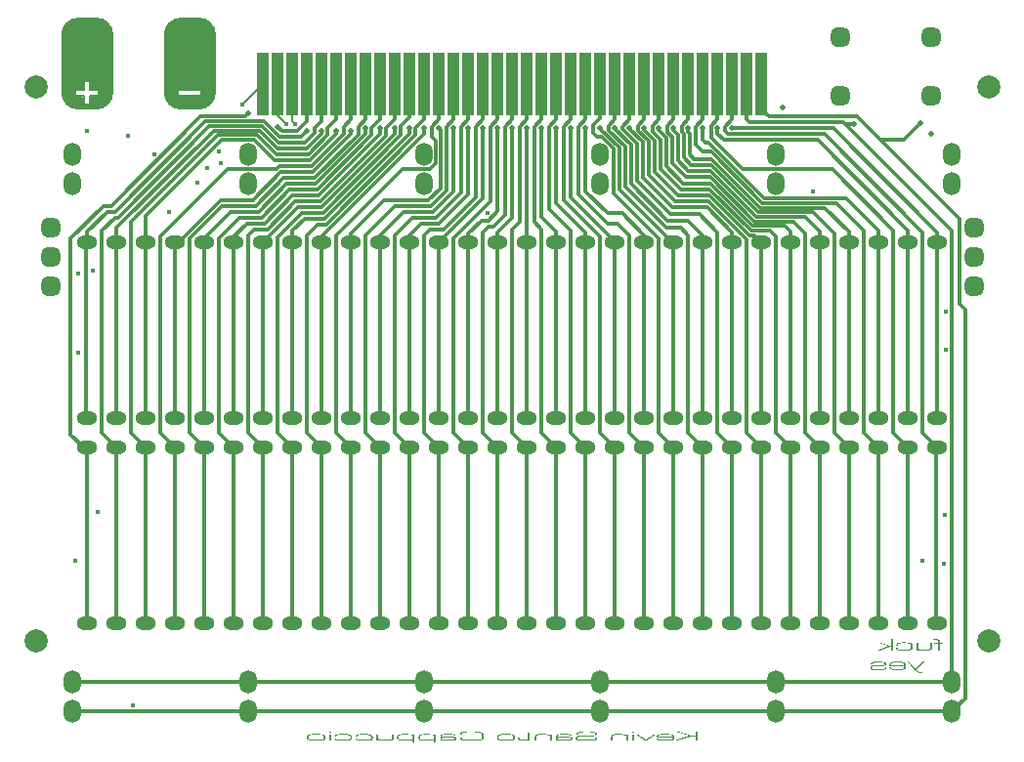
<source format=gbl>
%TF.GenerationSoftware,KiCad,Pcbnew,8.0.0*%
%TF.CreationDate,2024-02-27T09:21:41-08:00*%
%TF.ProjectId,BarnacleBoard,4261726e-6163-46c6-9542-6f6172642e6b,rev?*%
%TF.SameCoordinates,Original*%
%TF.FileFunction,Copper,L4,Bot*%
%TF.FilePolarity,Positive*%
%FSLAX46Y46*%
G04 Gerber Fmt 4.6, Leading zero omitted, Abs format (unit mm)*
G04 Created by KiCad (PCBNEW 8.0.0) date 2024-02-27 09:21:41*
%MOMM*%
%LPD*%
G01*
G04 APERTURE LIST*
G04 Aperture macros list*
%AMRoundRect*
0 Rectangle with rounded corners*
0 $1 Rounding radius*
0 $2 $3 $4 $5 $6 $7 $8 $9 X,Y pos of 4 corners*
0 Add a 4 corners polygon primitive as box body*
4,1,4,$2,$3,$4,$5,$6,$7,$8,$9,$2,$3,0*
0 Add four circle primitives for the rounded corners*
1,1,$1+$1,$2,$3*
1,1,$1+$1,$4,$5*
1,1,$1+$1,$6,$7*
1,1,$1+$1,$8,$9*
0 Add four rect primitives between the rounded corners*
20,1,$1+$1,$2,$3,$4,$5,0*
20,1,$1+$1,$4,$5,$6,$7,0*
20,1,$1+$1,$6,$7,$8,$9,0*
20,1,$1+$1,$8,$9,$2,$3,0*%
G04 Aperture macros list end*
%ADD10C,0.200000*%
%TA.AperFunction,NonConductor*%
%ADD11C,0.200000*%
%TD*%
%ADD12C,0.250000*%
%TA.AperFunction,NonConductor*%
%ADD13C,0.250000*%
%TD*%
%TA.AperFunction,EtchedComponent*%
%ADD14C,0.300000*%
%TD*%
%TA.AperFunction,EtchedComponent*%
%ADD15C,0.200000*%
%TD*%
%TA.AperFunction,EtchedComponent*%
%ADD16C,0.010000*%
%TD*%
%TA.AperFunction,ComponentPad*%
%ADD17RoundRect,0.595000X0.255000X-0.255000X0.255000X0.255000X-0.255000X0.255000X-0.255000X-0.255000X0*%
%TD*%
%TA.AperFunction,ComponentPad*%
%ADD18C,4.000000*%
%TD*%
%TA.AperFunction,SMDPad,CuDef*%
%ADD19C,2.000000*%
%TD*%
%TA.AperFunction,ComponentPad*%
%ADD20RoundRect,0.595000X-0.255000X-0.255000X0.255000X-0.255000X0.255000X0.255000X-0.255000X0.255000X0*%
%TD*%
%TA.AperFunction,SMDPad,CuDef*%
%ADD21RoundRect,0.100000X-0.400000X-2.650000X0.400000X-2.650000X0.400000X2.650000X-0.400000X2.650000X0*%
%TD*%
%TA.AperFunction,ComponentPad*%
%ADD22O,1.800000X1.200000*%
%TD*%
%TA.AperFunction,ComponentPad*%
%ADD23O,1.500000X2.000000*%
%TD*%
%TA.AperFunction,ViaPad*%
%ADD24C,0.500000*%
%TD*%
%TA.AperFunction,ViaPad*%
%ADD25C,0.400000*%
%TD*%
%TA.AperFunction,Conductor*%
%ADD26C,0.200000*%
%TD*%
%TA.AperFunction,Conductor*%
%ADD27C,0.300000*%
%TD*%
G04 APERTURE END LIST*
D10*
D11*
G36*
X117525884Y-186681000D02*
G01*
X117808571Y-186681000D01*
X119072088Y-186318348D01*
X119375877Y-186318348D01*
X119375877Y-186681000D01*
X119540741Y-186681000D01*
X119540741Y-185905675D01*
X119375877Y-185905675D01*
X119375877Y-186255822D01*
X119070330Y-186255822D01*
X117862207Y-185905675D01*
X117600183Y-185905675D01*
X118920853Y-186285326D01*
X117525884Y-186681000D01*
G37*
G36*
X116869966Y-186118635D02*
G01*
X116968610Y-186120284D01*
X117057362Y-186123251D01*
X117154391Y-186128815D01*
X117214104Y-186134346D01*
X117303450Y-186148483D01*
X117381683Y-186170434D01*
X117415896Y-186185158D01*
X117466039Y-186218504D01*
X117496868Y-186256212D01*
X117505861Y-186274096D01*
X117519273Y-186314587D01*
X117526132Y-186356413D01*
X117528083Y-186397873D01*
X117528083Y-186411551D01*
X117527602Y-186432556D01*
X117523755Y-186471635D01*
X117514829Y-186510927D01*
X117497308Y-186552235D01*
X117483732Y-186571881D01*
X117441487Y-186608981D01*
X117381683Y-186638599D01*
X117322702Y-186656520D01*
X117235489Y-186672787D01*
X117149115Y-186681976D01*
X117139774Y-186682686D01*
X117048359Y-186688056D01*
X116956008Y-186691298D01*
X116866636Y-186692953D01*
X116769269Y-186693505D01*
X116713435Y-186693505D01*
X116653084Y-186693290D01*
X116563219Y-186692054D01*
X116471975Y-186689349D01*
X116382828Y-186684712D01*
X116334935Y-186680934D01*
X116249535Y-186670492D01*
X116167406Y-186653449D01*
X116096514Y-186627217D01*
X116050023Y-186593463D01*
X116038369Y-186578648D01*
X116020553Y-186538844D01*
X116015731Y-186498892D01*
X116015731Y-186480916D01*
X116168285Y-186480916D01*
X116168285Y-186496547D01*
X116170675Y-186522600D01*
X116188508Y-186562591D01*
X116200955Y-186574644D01*
X116266324Y-186603037D01*
X116341814Y-186616596D01*
X116432946Y-186624531D01*
X116439856Y-186624927D01*
X116533355Y-186628705D01*
X116626194Y-186630469D01*
X116721348Y-186630979D01*
X116769269Y-186630979D01*
X116817176Y-186630850D01*
X116905653Y-186629825D01*
X116993497Y-186627444D01*
X117084049Y-186622772D01*
X117091359Y-186622245D01*
X117182336Y-186611944D01*
X117264300Y-186592095D01*
X117313940Y-186567251D01*
X117348711Y-186529960D01*
X117359337Y-186505498D01*
X117368095Y-186466535D01*
X117370692Y-186424447D01*
X117370692Y-186418390D01*
X116025842Y-186418390D01*
X116025842Y-186355863D01*
X116180595Y-186355863D01*
X117367615Y-186355863D01*
X117367265Y-186349456D01*
X117360581Y-186308236D01*
X117343875Y-186268913D01*
X117322257Y-186244815D01*
X117263421Y-186214789D01*
X117259685Y-186213603D01*
X117179619Y-186196956D01*
X117090204Y-186188215D01*
X117060384Y-186186475D01*
X116965558Y-186182886D01*
X116873985Y-186181254D01*
X116782018Y-186180790D01*
X116741572Y-186180790D01*
X116729969Y-186180797D01*
X116632264Y-186181458D01*
X116537896Y-186183462D01*
X116444377Y-186187629D01*
X116358004Y-186195745D01*
X116276875Y-186212444D01*
X116241800Y-186226396D01*
X116199939Y-186261879D01*
X116198749Y-186263863D01*
X116184297Y-186303205D01*
X116180595Y-186343554D01*
X116180595Y-186355863D01*
X116025842Y-186355863D01*
X116025842Y-186351369D01*
X116027738Y-186318531D01*
X116036537Y-186278124D01*
X116056177Y-186237454D01*
X116060112Y-186231837D01*
X116102210Y-186194376D01*
X116166526Y-186165159D01*
X116210325Y-186152739D01*
X116296735Y-186137089D01*
X116384586Y-186128229D01*
X116458171Y-186123869D01*
X116552383Y-186120454D01*
X116646286Y-186118741D01*
X116736296Y-186118264D01*
X116789492Y-186118264D01*
X116869966Y-186118635D01*
G37*
G36*
X115007643Y-186681000D02*
G01*
X115172946Y-186681000D01*
X115896150Y-186130769D01*
X115716338Y-186130769D01*
X115083260Y-186620232D01*
X115089415Y-186620232D01*
X114444028Y-186130769D01*
X114269492Y-186130769D01*
X115007643Y-186681000D01*
G37*
G36*
X113933170Y-186681000D02*
G01*
X114090560Y-186681000D01*
X114090560Y-186130769D01*
X113933170Y-186130769D01*
X113933170Y-186681000D01*
G37*
G36*
X113933170Y-186005717D02*
G01*
X114090560Y-186005717D01*
X114090560Y-185905675D01*
X113933170Y-185905675D01*
X113933170Y-186005717D01*
G37*
G36*
X112074384Y-186681000D02*
G01*
X112231774Y-186681000D01*
X112231774Y-186374426D01*
X112233956Y-186334951D01*
X112242161Y-186295621D01*
X112250239Y-186275361D01*
X112281924Y-186238315D01*
X112322339Y-186216938D01*
X112403391Y-186196958D01*
X112478850Y-186188606D01*
X112573325Y-186183546D01*
X112661304Y-186181408D01*
X112751865Y-186180790D01*
X112794949Y-186180790D01*
X112885418Y-186181611D01*
X112976207Y-186184409D01*
X113057852Y-186189192D01*
X113148156Y-186198879D01*
X113228476Y-186214818D01*
X113242500Y-186218697D01*
X113309494Y-186245585D01*
X113351090Y-186276729D01*
X113376335Y-186316330D01*
X113385712Y-186358709D01*
X113386261Y-186373254D01*
X113386261Y-186681000D01*
X113543651Y-186681000D01*
X113543651Y-186130769D01*
X113386261Y-186130769D01*
X113397692Y-186243903D01*
X113400330Y-186243316D01*
X113363166Y-186205994D01*
X113336143Y-186188997D01*
X113270747Y-186162741D01*
X113220958Y-186149918D01*
X113133928Y-186135460D01*
X113046605Y-186126783D01*
X113039827Y-186126275D01*
X112950491Y-186121393D01*
X112855892Y-186118898D01*
X112769450Y-186118264D01*
X112726806Y-186118264D01*
X112635334Y-186118875D01*
X112542346Y-186121021D01*
X112451345Y-186125219D01*
X112410706Y-186128034D01*
X112323720Y-186137642D01*
X112239895Y-186154616D01*
X112209792Y-186163791D01*
X112148947Y-186192393D01*
X112108195Y-186229839D01*
X112104279Y-186235501D01*
X112084923Y-186276743D01*
X112076252Y-186317786D01*
X112074384Y-186351174D01*
X112074384Y-186681000D01*
G37*
G36*
X109006596Y-186476812D02*
G01*
X109010331Y-186516399D01*
X109024675Y-186557505D01*
X109044845Y-186586429D01*
X109093138Y-186622101D01*
X109161395Y-186648035D01*
X109178934Y-186652667D01*
X109260397Y-186668375D01*
X109351908Y-186678960D01*
X109438759Y-186684907D01*
X109537709Y-186689063D01*
X109637341Y-186691616D01*
X109733536Y-186692967D01*
X109822686Y-186693471D01*
X109853777Y-186693505D01*
X109932472Y-186693505D01*
X110029143Y-186693304D01*
X110119395Y-186692703D01*
X110219225Y-186691453D01*
X110309813Y-186689626D01*
X110403817Y-186686765D01*
X110440253Y-186685298D01*
X110528565Y-186680132D01*
X110614647Y-186671781D01*
X110700779Y-186657922D01*
X110726896Y-186651886D01*
X110799818Y-186625471D01*
X110845475Y-186590678D01*
X110853512Y-186579199D01*
X110870122Y-186539577D01*
X110878107Y-186500429D01*
X110880743Y-186460433D01*
X110880769Y-186455710D01*
X110880769Y-186430895D01*
X110718543Y-186430895D01*
X110718543Y-186454928D01*
X110715699Y-186496346D01*
X110705193Y-186535637D01*
X110698320Y-186549499D01*
X110654409Y-186584576D01*
X110602039Y-186601669D01*
X110513058Y-186615580D01*
X110425334Y-186622506D01*
X110369471Y-186625117D01*
X110272218Y-186627950D01*
X110183834Y-186629513D01*
X110084301Y-186630515D01*
X109990112Y-186630927D01*
X109939946Y-186630979D01*
X109863889Y-186630979D01*
X109771715Y-186630707D01*
X109676163Y-186629733D01*
X109581147Y-186627791D01*
X109507782Y-186625312D01*
X109414408Y-186619579D01*
X109327818Y-186609139D01*
X109298076Y-186603428D01*
X109227107Y-186579184D01*
X109197838Y-186557120D01*
X109176509Y-186517058D01*
X109171460Y-186477008D01*
X109171460Y-186462158D01*
X109177175Y-186422737D01*
X109194321Y-186391621D01*
X109250502Y-186359532D01*
X109292800Y-186348243D01*
X109381009Y-186335002D01*
X109475919Y-186327501D01*
X109521851Y-186325187D01*
X109616187Y-186321881D01*
X109713937Y-186319850D01*
X109810198Y-186318775D01*
X109900677Y-186318374D01*
X109932472Y-186318348D01*
X110022426Y-186318124D01*
X110122663Y-186317263D01*
X110214492Y-186315756D01*
X110311000Y-186313182D01*
X110407280Y-186309164D01*
X110500650Y-186302870D01*
X110589058Y-186293230D01*
X110673839Y-186277985D01*
X110679855Y-186276533D01*
X110750072Y-186252704D01*
X110798789Y-186217778D01*
X110802514Y-186212835D01*
X110821447Y-186173613D01*
X110829237Y-186133625D01*
X110830211Y-186111425D01*
X110830211Y-186095598D01*
X110825018Y-186054172D01*
X110807671Y-186015680D01*
X110793281Y-185997706D01*
X110746295Y-185964504D01*
X110674579Y-185938172D01*
X110663149Y-185935180D01*
X110577046Y-185918356D01*
X110487981Y-185907849D01*
X110413875Y-185902353D01*
X110319125Y-185897914D01*
X110223635Y-185895188D01*
X110131380Y-185893744D01*
X110031005Y-185893179D01*
X110016003Y-185893170D01*
X109960169Y-185893170D01*
X109857304Y-185893493D01*
X109762044Y-185894461D01*
X109660518Y-185896407D01*
X109569342Y-185899232D01*
X109499429Y-185902353D01*
X109406311Y-185908677D01*
X109317611Y-185918675D01*
X109231686Y-185934804D01*
X109225535Y-185936352D01*
X109152590Y-185961917D01*
X109104553Y-185995187D01*
X109095403Y-186006108D01*
X109074054Y-186046526D01*
X109064491Y-186087074D01*
X109062430Y-186120218D01*
X109062430Y-186143274D01*
X109224656Y-186143274D01*
X109224656Y-186122172D01*
X109228284Y-186081870D01*
X109242710Y-186041918D01*
X109246638Y-186035612D01*
X109293315Y-186000777D01*
X109340281Y-185985591D01*
X109423717Y-185971638D01*
X109513280Y-185964123D01*
X109556582Y-185961949D01*
X109645412Y-185958926D01*
X109737742Y-185957070D01*
X109828855Y-185956087D01*
X109929603Y-185955702D01*
X109944782Y-185955696D01*
X109997978Y-185955696D01*
X110088892Y-185955976D01*
X110182748Y-185956984D01*
X110275526Y-185958993D01*
X110346610Y-185961558D01*
X110436543Y-185967209D01*
X110524617Y-185978214D01*
X110547964Y-185982856D01*
X110619830Y-186008080D01*
X110641607Y-186025256D01*
X110662009Y-186065129D01*
X110665347Y-186095207D01*
X110665347Y-186110448D01*
X110661170Y-186150846D01*
X110648641Y-186182549D01*
X110596236Y-186216017D01*
X110560274Y-186225926D01*
X110475485Y-186238972D01*
X110382893Y-186246565D01*
X110337817Y-186248983D01*
X110244166Y-186252289D01*
X110145680Y-186254319D01*
X110047739Y-186255394D01*
X109955050Y-186255795D01*
X109922360Y-186255822D01*
X109833007Y-186256055D01*
X109733265Y-186256953D01*
X109641683Y-186258524D01*
X109545152Y-186261207D01*
X109448431Y-186265396D01*
X109354042Y-186271910D01*
X109263847Y-186281794D01*
X109176016Y-186297332D01*
X109169702Y-186298808D01*
X109095422Y-186322733D01*
X109044784Y-186355174D01*
X109038250Y-186362507D01*
X109016612Y-186400916D01*
X109007369Y-186443213D01*
X109006596Y-186461181D01*
X109006596Y-186476812D01*
G37*
G36*
X108059376Y-186118270D02*
G01*
X108147762Y-186118856D01*
X108236668Y-186120630D01*
X108330434Y-186124321D01*
X108344678Y-186125122D01*
X108435727Y-186133163D01*
X108521237Y-186147573D01*
X108575644Y-186163707D01*
X108631146Y-186195640D01*
X108633283Y-186197587D01*
X108659230Y-186235997D01*
X108665877Y-186275166D01*
X108665877Y-186293337D01*
X108513763Y-186293337D01*
X108513763Y-186277315D01*
X108513509Y-186270488D01*
X108497496Y-186231593D01*
X108496448Y-186230476D01*
X108432870Y-186202479D01*
X108381923Y-186193856D01*
X108292186Y-186186066D01*
X108228962Y-186183284D01*
X108137792Y-186181305D01*
X108049066Y-186180790D01*
X108008620Y-186180790D01*
X107996748Y-186180796D01*
X107897122Y-186181401D01*
X107801681Y-186183233D01*
X107708348Y-186187043D01*
X107623381Y-186194923D01*
X107544803Y-186212639D01*
X107506610Y-186231482D01*
X107474021Y-186269695D01*
X107467097Y-186290162D01*
X107460064Y-186330715D01*
X107458194Y-186372081D01*
X107452951Y-186402526D01*
X107517106Y-186377161D01*
X107551510Y-186368831D01*
X107635368Y-186356645D01*
X107720507Y-186349927D01*
X107809025Y-186346289D01*
X107869133Y-186344872D01*
X107960097Y-186343705D01*
X108054342Y-186343358D01*
X108102263Y-186343358D01*
X108124016Y-186343390D01*
X108216254Y-186344328D01*
X108307890Y-186346892D01*
X108395501Y-186351565D01*
X108409942Y-186352612D01*
X108501123Y-186362507D01*
X108584105Y-186379311D01*
X108635509Y-186397412D01*
X108686101Y-186431872D01*
X108687967Y-186433939D01*
X108710629Y-186473995D01*
X108716436Y-186513937D01*
X108716436Y-186524098D01*
X108710640Y-186565812D01*
X108690057Y-186604991D01*
X108658009Y-186631208D01*
X108591579Y-186657552D01*
X108572853Y-186662303D01*
X108488193Y-186676854D01*
X108396380Y-186685298D01*
X108356003Y-186687662D01*
X108264624Y-186691189D01*
X108170269Y-186692992D01*
X108076764Y-186693505D01*
X108031481Y-186693505D01*
X107982048Y-186693306D01*
X107891249Y-186691712D01*
X107798913Y-186687838D01*
X107719368Y-186682415D01*
X107633170Y-186673575D01*
X107596153Y-186668070D01*
X107517985Y-186649932D01*
X107503956Y-186645262D01*
X107449595Y-186620414D01*
X107455556Y-186681000D01*
X107300804Y-186681000D01*
X107300804Y-186519604D01*
X107455556Y-186519604D01*
X107456655Y-186535528D01*
X107473142Y-186573923D01*
X107481040Y-186581402D01*
X107549199Y-186607140D01*
X107632507Y-186619045D01*
X107721537Y-186625312D01*
X107751109Y-186626640D01*
X107844972Y-186629379D01*
X107935448Y-186630624D01*
X108026205Y-186630979D01*
X108069290Y-186630979D01*
X108143643Y-186630698D01*
X108233856Y-186629394D01*
X108322521Y-186626484D01*
X108384019Y-186622517D01*
X108471997Y-186610071D01*
X108484555Y-186606954D01*
X108543219Y-186577441D01*
X108553731Y-186561312D01*
X108561683Y-186520776D01*
X108561683Y-186514914D01*
X108560584Y-186498489D01*
X108544098Y-186459618D01*
X108539186Y-186454531D01*
X108475954Y-186426792D01*
X108418001Y-186417249D01*
X108327796Y-186410378D01*
X108253726Y-186407820D01*
X108165110Y-186406323D01*
X108071928Y-186405884D01*
X108026205Y-186405884D01*
X108015385Y-186405888D01*
X107923449Y-186406285D01*
X107832799Y-186407487D01*
X107740002Y-186409988D01*
X107651116Y-186414866D01*
X107565026Y-186425424D01*
X107542842Y-186430010D01*
X107478857Y-186457664D01*
X107465591Y-186473496D01*
X107455556Y-186512570D01*
X107455556Y-186519604D01*
X107300804Y-186519604D01*
X107300804Y-186381655D01*
X107301020Y-186365764D01*
X107303713Y-186326344D01*
X107311407Y-186283113D01*
X107325424Y-186243316D01*
X107330492Y-186233744D01*
X107366099Y-186194613D01*
X107426101Y-186162814D01*
X107467894Y-186149832D01*
X107552802Y-186134207D01*
X107641083Y-186126275D01*
X107715849Y-186122770D01*
X107812638Y-186120024D01*
X107909942Y-186118647D01*
X108003784Y-186118264D01*
X108049066Y-186118264D01*
X108059376Y-186118270D01*
G37*
G36*
X105465759Y-186681000D02*
G01*
X105623149Y-186681000D01*
X105623149Y-186374426D01*
X105625331Y-186334951D01*
X105633535Y-186295621D01*
X105641614Y-186275361D01*
X105673298Y-186238315D01*
X105713714Y-186216938D01*
X105794765Y-186196958D01*
X105870225Y-186188606D01*
X105964700Y-186183546D01*
X106052679Y-186181408D01*
X106143240Y-186180790D01*
X106186324Y-186180790D01*
X106276793Y-186181611D01*
X106367582Y-186184409D01*
X106449227Y-186189192D01*
X106539531Y-186198879D01*
X106619851Y-186214818D01*
X106633875Y-186218697D01*
X106700869Y-186245585D01*
X106742465Y-186276729D01*
X106767710Y-186316330D01*
X106777086Y-186358709D01*
X106777636Y-186373254D01*
X106777636Y-186681000D01*
X106935026Y-186681000D01*
X106935026Y-186130769D01*
X106777636Y-186130769D01*
X106789066Y-186243903D01*
X106791704Y-186243316D01*
X106754540Y-186205994D01*
X106727517Y-186188997D01*
X106662121Y-186162741D01*
X106612332Y-186149918D01*
X106525303Y-186135460D01*
X106437980Y-186126783D01*
X106431202Y-186126275D01*
X106341866Y-186121393D01*
X106247267Y-186118898D01*
X106160825Y-186118264D01*
X106118180Y-186118264D01*
X106026708Y-186118875D01*
X105933721Y-186121021D01*
X105842720Y-186125219D01*
X105802081Y-186128034D01*
X105715095Y-186137642D01*
X105631270Y-186154616D01*
X105601167Y-186163791D01*
X105540322Y-186192393D01*
X105499570Y-186229839D01*
X105495654Y-186235501D01*
X105476298Y-186276743D01*
X105467627Y-186317786D01*
X105465759Y-186351174D01*
X105465759Y-186681000D01*
G37*
G36*
X104559667Y-186693505D02*
G01*
X104649619Y-186692396D01*
X104741594Y-186688229D01*
X104790476Y-186684126D01*
X104876593Y-186669240D01*
X104934237Y-186647587D01*
X104980175Y-186612787D01*
X105005459Y-186572556D01*
X105017246Y-186532979D01*
X105023273Y-186489990D01*
X105024803Y-186450043D01*
X105024803Y-186193295D01*
X105270120Y-186193295D01*
X105270120Y-186130769D01*
X105024803Y-186130769D01*
X105024803Y-185993212D01*
X104867413Y-185993212D01*
X104867413Y-186130769D01*
X103981104Y-186130769D01*
X103981104Y-186193295D01*
X104867413Y-186193295D01*
X104867413Y-186444768D01*
X104865958Y-186484864D01*
X104860488Y-186524452D01*
X104855103Y-186544614D01*
X104831816Y-186583846D01*
X104810260Y-186600497D01*
X104736363Y-186622465D01*
X104713540Y-186625117D01*
X104622341Y-186630011D01*
X104542081Y-186630979D01*
X104488885Y-186630979D01*
X104397859Y-186629882D01*
X104309533Y-186625522D01*
X104295884Y-186624335D01*
X104212937Y-186609356D01*
X104190371Y-186600692D01*
X104149181Y-186565131D01*
X104144210Y-186554579D01*
X104135033Y-186513619D01*
X104133219Y-186478766D01*
X104133219Y-186418390D01*
X103985940Y-186418390D01*
X103985940Y-186486191D01*
X103988901Y-186525790D01*
X104000036Y-186566279D01*
X104011000Y-186587796D01*
X104044522Y-186623944D01*
X104095849Y-186651886D01*
X104170420Y-186672968D01*
X104254558Y-186684517D01*
X104343056Y-186690336D01*
X104439172Y-186693075D01*
X104501635Y-186693505D01*
X104559667Y-186693505D01*
G37*
G36*
X103007523Y-186118274D02*
G01*
X103105732Y-186118923D01*
X103195441Y-186120582D01*
X103287559Y-186123715D01*
X103377922Y-186128815D01*
X103447824Y-186135227D01*
X103531019Y-186148070D01*
X103610050Y-186169262D01*
X103644308Y-186183633D01*
X103693753Y-186216721D01*
X103723037Y-186254649D01*
X103731270Y-186272651D01*
X103743549Y-186313348D01*
X103749828Y-186355326D01*
X103751614Y-186396896D01*
X103751614Y-186414872D01*
X103751167Y-186436152D01*
X103747595Y-186475671D01*
X103739307Y-186515283D01*
X103723037Y-186556729D01*
X103712755Y-186573239D01*
X103673362Y-186610674D01*
X103610490Y-186642116D01*
X103551508Y-186659202D01*
X103464295Y-186674516D01*
X103377922Y-186682953D01*
X103368575Y-186683603D01*
X103276651Y-186688518D01*
X103183146Y-186691485D01*
X103092222Y-186693000D01*
X102992800Y-186693505D01*
X102934768Y-186693505D01*
X102920046Y-186693494D01*
X102821918Y-186692845D01*
X102732417Y-186691186D01*
X102640691Y-186688054D01*
X102550965Y-186682953D01*
X102489731Y-186677460D01*
X102398757Y-186663561D01*
X102320155Y-186642116D01*
X102285897Y-186627545D01*
X102236452Y-186594382D01*
X102207168Y-186556729D01*
X102198936Y-186538840D01*
X102186657Y-186498311D01*
X102180378Y-186456418D01*
X102178600Y-186415068D01*
X102335982Y-186415068D01*
X102337136Y-186449360D01*
X102342492Y-186490449D01*
X102354447Y-186529960D01*
X102378465Y-186563171D01*
X102433581Y-186594440D01*
X102445550Y-186598449D01*
X102526608Y-186615424D01*
X102613833Y-186623749D01*
X102653147Y-186625832D01*
X102744268Y-186628938D01*
X102840521Y-186630527D01*
X102937406Y-186630979D01*
X102990602Y-186630979D01*
X103040274Y-186630866D01*
X103131663Y-186629962D01*
X103221799Y-186627865D01*
X103313735Y-186623749D01*
X103321125Y-186623283D01*
X103412679Y-186613708D01*
X103493986Y-186594440D01*
X103544764Y-186567133D01*
X103574879Y-186529764D01*
X103585893Y-186497081D01*
X103592334Y-186457333D01*
X103594224Y-186415068D01*
X103594224Y-186396701D01*
X103593097Y-186362421D01*
X103587869Y-186321389D01*
X103576198Y-186282004D01*
X103551879Y-186248660D01*
X103496624Y-186217329D01*
X103484644Y-186213319D01*
X103403133Y-186196345D01*
X103315054Y-186188020D01*
X103275371Y-186185937D01*
X103183768Y-186182831D01*
X103087377Y-186181242D01*
X102990602Y-186180790D01*
X102937406Y-186180790D01*
X102887630Y-186180903D01*
X102796076Y-186181807D01*
X102705821Y-186183904D01*
X102613833Y-186188020D01*
X102606443Y-186188486D01*
X102514889Y-186198060D01*
X102433581Y-186217329D01*
X102383243Y-186244538D01*
X102354447Y-186282004D01*
X102343934Y-186314687D01*
X102337785Y-186354435D01*
X102335982Y-186396701D01*
X102335982Y-186415068D01*
X102178600Y-186415068D01*
X102178592Y-186414872D01*
X102178592Y-186396896D01*
X102179038Y-186375610D01*
X102182611Y-186336043D01*
X102190899Y-186296318D01*
X102207168Y-186254649D01*
X102217462Y-186237984D01*
X102256983Y-186200416D01*
X102320155Y-186169262D01*
X102372574Y-186153897D01*
X102457829Y-186138267D01*
X102551404Y-186128815D01*
X102560643Y-186128166D01*
X102651748Y-186123251D01*
X102744759Y-186120284D01*
X102835430Y-186118769D01*
X102934768Y-186118264D01*
X102992800Y-186118264D01*
X103007523Y-186118274D01*
G37*
G36*
X100016017Y-186693505D02*
G01*
X100107764Y-186693262D01*
X100206023Y-186692388D01*
X100297247Y-186690880D01*
X100391467Y-186688424D01*
X100486513Y-186684219D01*
X100580848Y-186677213D01*
X100664482Y-186667713D01*
X100750038Y-186653045D01*
X100827407Y-186632849D01*
X100851327Y-186624531D01*
X100912598Y-186595224D01*
X100959571Y-186558963D01*
X100964754Y-186553602D01*
X100993196Y-186515297D01*
X101012238Y-186474786D01*
X101020148Y-186448871D01*
X101028263Y-186408510D01*
X101032996Y-186368530D01*
X101035295Y-186325089D01*
X101035535Y-186304670D01*
X101035535Y-186282004D01*
X101034268Y-186237564D01*
X101030466Y-186196422D01*
X101022826Y-186152589D01*
X101011737Y-186113245D01*
X100999485Y-186083093D01*
X100973295Y-186042981D01*
X100930327Y-186004612D01*
X100872762Y-185972769D01*
X100852646Y-185964489D01*
X100774456Y-185940633D01*
X100689255Y-185923894D01*
X100601726Y-185912778D01*
X100541383Y-185907629D01*
X100447872Y-185901995D01*
X100358176Y-185898267D01*
X100259670Y-185895556D01*
X100170852Y-185894073D01*
X100075915Y-185893297D01*
X100016017Y-185893170D01*
X99945235Y-185893170D01*
X99852122Y-185893380D01*
X99748092Y-185894186D01*
X99652471Y-185895596D01*
X99551540Y-185898006D01*
X99462054Y-185901238D01*
X99450204Y-185901767D01*
X99361425Y-185907104D01*
X99274226Y-185915589D01*
X99185879Y-185929528D01*
X99158725Y-185935570D01*
X99085888Y-185959372D01*
X99033091Y-185992433D01*
X99020678Y-186006108D01*
X98998476Y-186047070D01*
X98988530Y-186088430D01*
X98986387Y-186122367D01*
X98986387Y-186143274D01*
X99146415Y-186143274D01*
X99146415Y-186124321D01*
X99149849Y-186083762D01*
X99155207Y-186063163D01*
X99182762Y-186024976D01*
X99190818Y-186019004D01*
X99257368Y-185991606D01*
X99269953Y-185988522D01*
X99354324Y-185974642D01*
X99411516Y-185968983D01*
X99504677Y-185963009D01*
X99592281Y-185959652D01*
X99632214Y-185958627D01*
X99728622Y-185956958D01*
X99816930Y-185956108D01*
X99913723Y-185955722D01*
X99947873Y-185955696D01*
X100013819Y-185955696D01*
X100106335Y-185955952D01*
X100202467Y-185956854D01*
X100299411Y-185958617D01*
X100343986Y-185959799D01*
X100433698Y-185963479D01*
X100526326Y-185970387D01*
X100576115Y-185976017D01*
X100660965Y-185990769D01*
X100727350Y-186010406D01*
X100786017Y-186041422D01*
X100816157Y-186068438D01*
X100841704Y-186106094D01*
X100856500Y-186145118D01*
X100859681Y-186158320D01*
X100865938Y-186197709D01*
X100869373Y-186237765D01*
X100870629Y-186277274D01*
X100870672Y-186286498D01*
X100870672Y-186300176D01*
X100869872Y-186340382D01*
X100867107Y-186381140D01*
X100861784Y-186421214D01*
X100860560Y-186427964D01*
X100849007Y-186468340D01*
X100827381Y-186507956D01*
X100820113Y-186517259D01*
X100777146Y-186553316D01*
X100732186Y-186575291D01*
X100656204Y-186596882D01*
X100580951Y-186609485D01*
X100489961Y-186618798D01*
X100398173Y-186624458D01*
X100347503Y-186626484D01*
X100254991Y-186628854D01*
X100162479Y-186630237D01*
X100072889Y-186630869D01*
X100013379Y-186630979D01*
X99947873Y-186630979D01*
X99844947Y-186630738D01*
X99750490Y-186630017D01*
X99650995Y-186628568D01*
X99563029Y-186626464D01*
X99496806Y-186624140D01*
X99401373Y-186618759D01*
X99315241Y-186610283D01*
X99248850Y-186599129D01*
X99178250Y-186575741D01*
X99143777Y-186548327D01*
X99125939Y-186507383D01*
X99121005Y-186467887D01*
X99120916Y-186461181D01*
X99120916Y-186443400D01*
X98960888Y-186443400D01*
X98960888Y-186466457D01*
X98964752Y-186508314D01*
X98977928Y-186548362D01*
X99000455Y-186582130D01*
X99048540Y-186617238D01*
X99117302Y-186643207D01*
X99149932Y-186651495D01*
X99235001Y-186666727D01*
X99328836Y-186677169D01*
X99426723Y-186683792D01*
X99450204Y-186684907D01*
X99538681Y-186688257D01*
X99637929Y-186690784D01*
X99731572Y-186692296D01*
X99833128Y-186693202D01*
X99923803Y-186693496D01*
X99942598Y-186693505D01*
X100016017Y-186693505D01*
G37*
G36*
X98018065Y-186118270D02*
G01*
X98106450Y-186118856D01*
X98195356Y-186120630D01*
X98289122Y-186124321D01*
X98303366Y-186125122D01*
X98394415Y-186133163D01*
X98479925Y-186147573D01*
X98534332Y-186163707D01*
X98589834Y-186195640D01*
X98591971Y-186197587D01*
X98617918Y-186235997D01*
X98624565Y-186275166D01*
X98624565Y-186293337D01*
X98472451Y-186293337D01*
X98472451Y-186277315D01*
X98472197Y-186270488D01*
X98456184Y-186231593D01*
X98455136Y-186230476D01*
X98391558Y-186202479D01*
X98340611Y-186193856D01*
X98250874Y-186186066D01*
X98187650Y-186183284D01*
X98096481Y-186181305D01*
X98007755Y-186180790D01*
X97967308Y-186180790D01*
X97955436Y-186180796D01*
X97855810Y-186181401D01*
X97760369Y-186183233D01*
X97667036Y-186187043D01*
X97582069Y-186194923D01*
X97503491Y-186212639D01*
X97465298Y-186231482D01*
X97432709Y-186269695D01*
X97425785Y-186290162D01*
X97418752Y-186330715D01*
X97416882Y-186372081D01*
X97411639Y-186402526D01*
X97475794Y-186377161D01*
X97510198Y-186368831D01*
X97594056Y-186356645D01*
X97679195Y-186349927D01*
X97767713Y-186346289D01*
X97827821Y-186344872D01*
X97918785Y-186343705D01*
X98013030Y-186343358D01*
X98060951Y-186343358D01*
X98082704Y-186343390D01*
X98174942Y-186344328D01*
X98266578Y-186346892D01*
X98354189Y-186351565D01*
X98368630Y-186352612D01*
X98459811Y-186362507D01*
X98542793Y-186379311D01*
X98594197Y-186397412D01*
X98644789Y-186431872D01*
X98646655Y-186433939D01*
X98669317Y-186473995D01*
X98675124Y-186513937D01*
X98675124Y-186524098D01*
X98669328Y-186565812D01*
X98648745Y-186604991D01*
X98616697Y-186631208D01*
X98550267Y-186657552D01*
X98531541Y-186662303D01*
X98446881Y-186676854D01*
X98355068Y-186685298D01*
X98314691Y-186687662D01*
X98223312Y-186691189D01*
X98128957Y-186692992D01*
X98035452Y-186693505D01*
X97990169Y-186693505D01*
X97940736Y-186693306D01*
X97849937Y-186691712D01*
X97757601Y-186687838D01*
X97678056Y-186682415D01*
X97591858Y-186673575D01*
X97554841Y-186668070D01*
X97476673Y-186649932D01*
X97462644Y-186645262D01*
X97408283Y-186620414D01*
X97414244Y-186681000D01*
X97259492Y-186681000D01*
X97259492Y-186519604D01*
X97414244Y-186519604D01*
X97415344Y-186535528D01*
X97431830Y-186573923D01*
X97439728Y-186581402D01*
X97507887Y-186607140D01*
X97591195Y-186619045D01*
X97680225Y-186625312D01*
X97709797Y-186626640D01*
X97803660Y-186629379D01*
X97894136Y-186630624D01*
X97984893Y-186630979D01*
X98027978Y-186630979D01*
X98102331Y-186630698D01*
X98192544Y-186629394D01*
X98281209Y-186626484D01*
X98342707Y-186622517D01*
X98430685Y-186610071D01*
X98443243Y-186606954D01*
X98501907Y-186577441D01*
X98512419Y-186561312D01*
X98520371Y-186520776D01*
X98520371Y-186514914D01*
X98519272Y-186498489D01*
X98502786Y-186459618D01*
X98497874Y-186454531D01*
X98434642Y-186426792D01*
X98376689Y-186417249D01*
X98286484Y-186410378D01*
X98212414Y-186407820D01*
X98123798Y-186406323D01*
X98030616Y-186405884D01*
X97984893Y-186405884D01*
X97974073Y-186405888D01*
X97882137Y-186406285D01*
X97791487Y-186407487D01*
X97698690Y-186409988D01*
X97609804Y-186414866D01*
X97523714Y-186425424D01*
X97501530Y-186430010D01*
X97437545Y-186457664D01*
X97424279Y-186473496D01*
X97414244Y-186512570D01*
X97414244Y-186519604D01*
X97259492Y-186519604D01*
X97259492Y-186381655D01*
X97259709Y-186365764D01*
X97262401Y-186326344D01*
X97270095Y-186283113D01*
X97284112Y-186243316D01*
X97289180Y-186233744D01*
X97324787Y-186194613D01*
X97384789Y-186162814D01*
X97426582Y-186149832D01*
X97511491Y-186134207D01*
X97599771Y-186126275D01*
X97674537Y-186122770D01*
X97771326Y-186120024D01*
X97868630Y-186118647D01*
X97962472Y-186118264D01*
X98007755Y-186118264D01*
X98018065Y-186118270D01*
G37*
G36*
X96199701Y-186118681D02*
G01*
X96293417Y-186120325D01*
X96382856Y-186123540D01*
X96389691Y-186123863D01*
X96478168Y-186129719D01*
X96567503Y-186140148D01*
X96615155Y-186149136D01*
X96687085Y-186172193D01*
X96712793Y-186185760D01*
X96747147Y-186215716D01*
X96738962Y-186130769D01*
X96893714Y-186130769D01*
X96893714Y-186868578D01*
X96736324Y-186868578D01*
X96745332Y-186588860D01*
X96733018Y-186603339D01*
X96682249Y-186635668D01*
X96638742Y-186651459D01*
X96558711Y-186669667D01*
X96549138Y-186671250D01*
X96463904Y-186681825D01*
X96376701Y-186688034D01*
X96298361Y-186691149D01*
X96209632Y-186692970D01*
X96119953Y-186693505D01*
X96072032Y-186693505D01*
X96007014Y-186693223D01*
X95910843Y-186691602D01*
X95814213Y-186688056D01*
X95721202Y-186681976D01*
X95663989Y-186675960D01*
X95578930Y-186661123D01*
X95505340Y-186638599D01*
X95473138Y-186623504D01*
X95426171Y-186589766D01*
X95397629Y-186552039D01*
X95389396Y-186534264D01*
X95377118Y-186494277D01*
X95370839Y-186453231D01*
X95369053Y-186412723D01*
X95369053Y-186411551D01*
X95526443Y-186411551D01*
X95527597Y-186445452D01*
X95532952Y-186486323D01*
X95544907Y-186526052D01*
X95568253Y-186559888D01*
X95620525Y-186592290D01*
X95624177Y-186593717D01*
X95702426Y-186613407D01*
X95789785Y-186623163D01*
X95818801Y-186624995D01*
X95911063Y-186628773D01*
X96000152Y-186630490D01*
X96089618Y-186630979D01*
X96142814Y-186630979D01*
X96178490Y-186630910D01*
X96267015Y-186630055D01*
X96364148Y-186627613D01*
X96453637Y-186623163D01*
X96460866Y-186622660D01*
X96550978Y-186612573D01*
X96632570Y-186592681D01*
X96684667Y-186564789D01*
X96716980Y-186526833D01*
X96729495Y-186493729D01*
X96736815Y-186453790D01*
X96738962Y-186411551D01*
X96738962Y-186396701D01*
X96737670Y-186361908D01*
X96731677Y-186320410D01*
X96718299Y-186280832D01*
X96692008Y-186247621D01*
X96635207Y-186216352D01*
X96623015Y-186212348D01*
X96541545Y-186195574D01*
X96454956Y-186187629D01*
X96416153Y-186185659D01*
X96327470Y-186182720D01*
X96235028Y-186181218D01*
X96142814Y-186180790D01*
X96089618Y-186180790D01*
X96077906Y-186180798D01*
X95979296Y-186181553D01*
X95884087Y-186183843D01*
X95789785Y-186188606D01*
X95782859Y-186189108D01*
X95696978Y-186199067D01*
X95620525Y-186218501D01*
X95572824Y-186245710D01*
X95544907Y-186283177D01*
X95534395Y-186315721D01*
X95528246Y-186355054D01*
X95526443Y-186396701D01*
X95526443Y-186411551D01*
X95369053Y-186411551D01*
X95369053Y-186397873D01*
X95369499Y-186376908D01*
X95373071Y-186337854D01*
X95381359Y-186298501D01*
X95397629Y-186256994D01*
X95407793Y-186240315D01*
X95445774Y-186202575D01*
X95505340Y-186171020D01*
X95548507Y-186156830D01*
X95634007Y-186139084D01*
X95721202Y-186129206D01*
X95794374Y-186124419D01*
X95888188Y-186120668D01*
X95981796Y-186118788D01*
X96071593Y-186118264D01*
X96114677Y-186118264D01*
X96199701Y-186118681D01*
G37*
G36*
X94347949Y-186118681D02*
G01*
X94441665Y-186120325D01*
X94531104Y-186123540D01*
X94537939Y-186123863D01*
X94626416Y-186129719D01*
X94715752Y-186140148D01*
X94763403Y-186149136D01*
X94835333Y-186172193D01*
X94861042Y-186185760D01*
X94895395Y-186215715D01*
X94887210Y-186130769D01*
X95041963Y-186130769D01*
X95041963Y-186868578D01*
X94884572Y-186868578D01*
X94893581Y-186588859D01*
X94881266Y-186603339D01*
X94830497Y-186635668D01*
X94786991Y-186651459D01*
X94706959Y-186669667D01*
X94697387Y-186671250D01*
X94612152Y-186681825D01*
X94524949Y-186688034D01*
X94446610Y-186691149D01*
X94357880Y-186692970D01*
X94268201Y-186693505D01*
X94220281Y-186693505D01*
X94155263Y-186693223D01*
X94059092Y-186691602D01*
X93962461Y-186688056D01*
X93869450Y-186681976D01*
X93812238Y-186675960D01*
X93727178Y-186661123D01*
X93653588Y-186638599D01*
X93621386Y-186623504D01*
X93574419Y-186589766D01*
X93545877Y-186552039D01*
X93537645Y-186534264D01*
X93525366Y-186494277D01*
X93519087Y-186453231D01*
X93517301Y-186412723D01*
X93517301Y-186411551D01*
X93674691Y-186411551D01*
X93675845Y-186445452D01*
X93681201Y-186486323D01*
X93693156Y-186526052D01*
X93716501Y-186559888D01*
X93768773Y-186592290D01*
X93772426Y-186593717D01*
X93850675Y-186613407D01*
X93938034Y-186623163D01*
X93967050Y-186624995D01*
X94059312Y-186628773D01*
X94148400Y-186630490D01*
X94237866Y-186630979D01*
X94291062Y-186630979D01*
X94326739Y-186630910D01*
X94415264Y-186630055D01*
X94512396Y-186627613D01*
X94601886Y-186623163D01*
X94609114Y-186622660D01*
X94699226Y-186612573D01*
X94780818Y-186592681D01*
X94832915Y-186564789D01*
X94865228Y-186526833D01*
X94877743Y-186493729D01*
X94885064Y-186453790D01*
X94887210Y-186411551D01*
X94887210Y-186396701D01*
X94885919Y-186361908D01*
X94879926Y-186320410D01*
X94866547Y-186280832D01*
X94840257Y-186247621D01*
X94783456Y-186216352D01*
X94771264Y-186212348D01*
X94689793Y-186195574D01*
X94603205Y-186187629D01*
X94564402Y-186185659D01*
X94475718Y-186182720D01*
X94383276Y-186181218D01*
X94291062Y-186180790D01*
X94237866Y-186180790D01*
X94226154Y-186180798D01*
X94127545Y-186181553D01*
X94032336Y-186183843D01*
X93938034Y-186188606D01*
X93931107Y-186189108D01*
X93845227Y-186199067D01*
X93768773Y-186218501D01*
X93721073Y-186245710D01*
X93693156Y-186283177D01*
X93682643Y-186315721D01*
X93676494Y-186355054D01*
X93674691Y-186396701D01*
X93674691Y-186411551D01*
X93517301Y-186411551D01*
X93517301Y-186397873D01*
X93517747Y-186376908D01*
X93521320Y-186337854D01*
X93529608Y-186298501D01*
X93545877Y-186256994D01*
X93556042Y-186240315D01*
X93594023Y-186202575D01*
X93653588Y-186171020D01*
X93696755Y-186156830D01*
X93782256Y-186139084D01*
X93869450Y-186129206D01*
X93942622Y-186124419D01*
X94036436Y-186120668D01*
X94130045Y-186118788D01*
X94219841Y-186118264D01*
X94262926Y-186118264D01*
X94347949Y-186118681D01*
G37*
G36*
X91746443Y-186681000D02*
G01*
X91903833Y-186681000D01*
X91892402Y-186566694D01*
X91889764Y-186567280D01*
X91922256Y-186603978D01*
X91951314Y-186622772D01*
X92017396Y-186648937D01*
X92068257Y-186661851D01*
X92156096Y-186676309D01*
X92243900Y-186684985D01*
X92250706Y-186685494D01*
X92339774Y-186690375D01*
X92434237Y-186692871D01*
X92520644Y-186693505D01*
X92563288Y-186693505D01*
X92653909Y-186692821D01*
X92746529Y-186690417D01*
X92837856Y-186685715D01*
X92878948Y-186682563D01*
X92966470Y-186672103D01*
X93050607Y-186654205D01*
X93080741Y-186644656D01*
X93141271Y-186615084D01*
X93179811Y-186579736D01*
X93185815Y-186571188D01*
X93204032Y-186532949D01*
X93213345Y-186492248D01*
X93215710Y-186454928D01*
X93215710Y-186130769D01*
X93058320Y-186130769D01*
X93058320Y-186428355D01*
X93056190Y-186468705D01*
X93048181Y-186509248D01*
X93040295Y-186530351D01*
X93010626Y-186567171D01*
X92967755Y-186591509D01*
X92891618Y-186611986D01*
X92811244Y-186622186D01*
X92716333Y-186627879D01*
X92627427Y-186630283D01*
X92535591Y-186630979D01*
X92492507Y-186630979D01*
X92402209Y-186630177D01*
X92312007Y-186627444D01*
X92231362Y-186622772D01*
X92141659Y-186612989D01*
X92056864Y-186595856D01*
X92047594Y-186593267D01*
X91980724Y-186566214D01*
X91939443Y-186534649D01*
X91913883Y-186494584D01*
X91904702Y-186455484D01*
X91903833Y-186437343D01*
X91903833Y-186130769D01*
X91746443Y-186130769D01*
X91746443Y-186681000D01*
G37*
G36*
X90660099Y-186693505D02*
G01*
X90756610Y-186693000D01*
X90845336Y-186691485D01*
X90937206Y-186688518D01*
X91028408Y-186683603D01*
X91037748Y-186682953D01*
X91124018Y-186674458D01*
X91211561Y-186658925D01*
X91271195Y-186641530D01*
X91331568Y-186612259D01*
X91374092Y-186575248D01*
X91387699Y-186555556D01*
X91405470Y-186514249D01*
X91414523Y-186474956D01*
X91418425Y-186435877D01*
X91418913Y-186414872D01*
X91418913Y-186396896D01*
X91416962Y-186355351D01*
X91410103Y-186313458D01*
X91396691Y-186272929D01*
X91387699Y-186255040D01*
X91356498Y-186217414D01*
X91305117Y-186184343D01*
X91269876Y-186169848D01*
X91189354Y-186148277D01*
X91105919Y-186135263D01*
X91036429Y-186128815D01*
X90947294Y-186123715D01*
X90857086Y-186120582D01*
X90756546Y-186118769D01*
X90660099Y-186118264D01*
X90602067Y-186118264D01*
X90504660Y-186118777D01*
X90415991Y-186120316D01*
X90326682Y-186123273D01*
X90264866Y-186126471D01*
X90172294Y-186134549D01*
X90089311Y-186147641D01*
X90052081Y-186156561D01*
X89984487Y-186182304D01*
X89940853Y-186216157D01*
X89918133Y-186256073D01*
X89909694Y-186297752D01*
X89909199Y-186311900D01*
X89909199Y-186330853D01*
X90061314Y-186330853D01*
X90061314Y-186316394D01*
X90067393Y-186276128D01*
X90082856Y-186248201D01*
X90135200Y-186215485D01*
X90161551Y-186207364D01*
X90247089Y-186192804D01*
X90325975Y-186186652D01*
X90415393Y-186183080D01*
X90503604Y-186181363D01*
X90593639Y-186180796D01*
X90604265Y-186180790D01*
X90657461Y-186180790D01*
X90753192Y-186181279D01*
X90848540Y-186182996D01*
X90939147Y-186186354D01*
X90978397Y-186188606D01*
X91065839Y-186197439D01*
X91147763Y-186215129D01*
X91159967Y-186219283D01*
X91216706Y-186251026D01*
X91242179Y-186284349D01*
X91254703Y-186323346D01*
X91260314Y-186363447D01*
X91261523Y-186396701D01*
X91261523Y-186415068D01*
X91259505Y-186456059D01*
X91251756Y-186498044D01*
X91240860Y-186527029D01*
X91209426Y-186564105D01*
X91157329Y-186591704D01*
X91074993Y-186611761D01*
X90983150Y-186622233D01*
X90975759Y-186622772D01*
X90884394Y-186627444D01*
X90795576Y-186629825D01*
X90706000Y-186630850D01*
X90657461Y-186630979D01*
X90604265Y-186630979D01*
X90510490Y-186630499D01*
X90418939Y-186628843D01*
X90326646Y-186625294D01*
X90319820Y-186624921D01*
X90229029Y-186617225D01*
X90152758Y-186603623D01*
X90087783Y-186576668D01*
X90072744Y-186563372D01*
X90053747Y-186523473D01*
X90051202Y-186497133D01*
X90051202Y-186480916D01*
X89899087Y-186480916D01*
X89899087Y-186501628D01*
X89903910Y-186541378D01*
X89921725Y-186580808D01*
X89933379Y-186595417D01*
X89979541Y-186628780D01*
X90049443Y-186654621D01*
X90131176Y-186671323D01*
X90217441Y-186681471D01*
X90266184Y-186685103D01*
X90356980Y-186689533D01*
X90449708Y-186692118D01*
X90540892Y-186693300D01*
X90602067Y-186693505D01*
X90660099Y-186693505D01*
G37*
G36*
X88871655Y-186693505D02*
G01*
X88968166Y-186693000D01*
X89056892Y-186691485D01*
X89148763Y-186688518D01*
X89239964Y-186683603D01*
X89249304Y-186682953D01*
X89335574Y-186674458D01*
X89423117Y-186658925D01*
X89482751Y-186641530D01*
X89543124Y-186612259D01*
X89585648Y-186575248D01*
X89599255Y-186555556D01*
X89617026Y-186514249D01*
X89626080Y-186474956D01*
X89629981Y-186435877D01*
X89630469Y-186414872D01*
X89630469Y-186396896D01*
X89628518Y-186355351D01*
X89621660Y-186313458D01*
X89608247Y-186272929D01*
X89599255Y-186255040D01*
X89568054Y-186217414D01*
X89516673Y-186184343D01*
X89481432Y-186169848D01*
X89400910Y-186148277D01*
X89317475Y-186135263D01*
X89247985Y-186128815D01*
X89158850Y-186123715D01*
X89068642Y-186120582D01*
X88968103Y-186118769D01*
X88871655Y-186118264D01*
X88813623Y-186118264D01*
X88716216Y-186118777D01*
X88627547Y-186120316D01*
X88538238Y-186123273D01*
X88476422Y-186126471D01*
X88383851Y-186134549D01*
X88300867Y-186147641D01*
X88263637Y-186156561D01*
X88196043Y-186182304D01*
X88152409Y-186216157D01*
X88129689Y-186256073D01*
X88121250Y-186297752D01*
X88120755Y-186311900D01*
X88120755Y-186330853D01*
X88272870Y-186330853D01*
X88272870Y-186316394D01*
X88278949Y-186276128D01*
X88294412Y-186248201D01*
X88346756Y-186215485D01*
X88373107Y-186207364D01*
X88458645Y-186192804D01*
X88537531Y-186186652D01*
X88626949Y-186183080D01*
X88715160Y-186181363D01*
X88805195Y-186180796D01*
X88815822Y-186180790D01*
X88869018Y-186180790D01*
X88964749Y-186181279D01*
X89060097Y-186182996D01*
X89150703Y-186186354D01*
X89189953Y-186188606D01*
X89277395Y-186197439D01*
X89359319Y-186215129D01*
X89371523Y-186219283D01*
X89428262Y-186251026D01*
X89453735Y-186284349D01*
X89466260Y-186323346D01*
X89471870Y-186363447D01*
X89473079Y-186396701D01*
X89473079Y-186415068D01*
X89471061Y-186456059D01*
X89463313Y-186498044D01*
X89452416Y-186527029D01*
X89420982Y-186564105D01*
X89368885Y-186591704D01*
X89286549Y-186611761D01*
X89194706Y-186622233D01*
X89187315Y-186622772D01*
X89095950Y-186627444D01*
X89007132Y-186629825D01*
X88917556Y-186630850D01*
X88869018Y-186630979D01*
X88815822Y-186630979D01*
X88722046Y-186630499D01*
X88630495Y-186628843D01*
X88538202Y-186625294D01*
X88531376Y-186624921D01*
X88440585Y-186617225D01*
X88364314Y-186603623D01*
X88299339Y-186576668D01*
X88284300Y-186563372D01*
X88265304Y-186523473D01*
X88262758Y-186497133D01*
X88262758Y-186480916D01*
X88110644Y-186480916D01*
X88110644Y-186501628D01*
X88115466Y-186541378D01*
X88133281Y-186580808D01*
X88144935Y-186595417D01*
X88191097Y-186628780D01*
X88261000Y-186654621D01*
X88342733Y-186671323D01*
X88428998Y-186681471D01*
X88477741Y-186685103D01*
X88568536Y-186689533D01*
X88661264Y-186692118D01*
X88752448Y-186693300D01*
X88813623Y-186693505D01*
X88871655Y-186693505D01*
G37*
G36*
X87628801Y-186681000D02*
G01*
X87786191Y-186681000D01*
X87786191Y-186130769D01*
X87628801Y-186130769D01*
X87628801Y-186681000D01*
G37*
G36*
X87628801Y-186005717D02*
G01*
X87786191Y-186005717D01*
X87786191Y-185905675D01*
X87628801Y-185905675D01*
X87628801Y-186005717D01*
G37*
G36*
X86551027Y-186118274D02*
G01*
X86649235Y-186118923D01*
X86738944Y-186120582D01*
X86831062Y-186123715D01*
X86921425Y-186128815D01*
X86991327Y-186135227D01*
X87074522Y-186148070D01*
X87153554Y-186169262D01*
X87187811Y-186183633D01*
X87237256Y-186216721D01*
X87266540Y-186254649D01*
X87274773Y-186272651D01*
X87287052Y-186313348D01*
X87293331Y-186355326D01*
X87295117Y-186396896D01*
X87295117Y-186414872D01*
X87294670Y-186436152D01*
X87291098Y-186475671D01*
X87282810Y-186515283D01*
X87266540Y-186556729D01*
X87256258Y-186573239D01*
X87216865Y-186610674D01*
X87153993Y-186642116D01*
X87095011Y-186659202D01*
X87007798Y-186674516D01*
X86921425Y-186682953D01*
X86912079Y-186683603D01*
X86820154Y-186688518D01*
X86726649Y-186691485D01*
X86635725Y-186693000D01*
X86536303Y-186693505D01*
X86478271Y-186693505D01*
X86463549Y-186693494D01*
X86365422Y-186692845D01*
X86275920Y-186691186D01*
X86184194Y-186688054D01*
X86094468Y-186682953D01*
X86033234Y-186677460D01*
X85942260Y-186663561D01*
X85863658Y-186642116D01*
X85829400Y-186627545D01*
X85779955Y-186594382D01*
X85750672Y-186556729D01*
X85742439Y-186538840D01*
X85730160Y-186498311D01*
X85723881Y-186456418D01*
X85722103Y-186415068D01*
X85879485Y-186415068D01*
X85880639Y-186449360D01*
X85885995Y-186490449D01*
X85897950Y-186529960D01*
X85921969Y-186563171D01*
X85977085Y-186594440D01*
X85989053Y-186598449D01*
X86070111Y-186615424D01*
X86157336Y-186623749D01*
X86196650Y-186625832D01*
X86287772Y-186628938D01*
X86384024Y-186630527D01*
X86480909Y-186630979D01*
X86534105Y-186630979D01*
X86583777Y-186630866D01*
X86675167Y-186629962D01*
X86765302Y-186627865D01*
X86857238Y-186623749D01*
X86864628Y-186623283D01*
X86956182Y-186613708D01*
X87037489Y-186594440D01*
X87088267Y-186567133D01*
X87118383Y-186529764D01*
X87129396Y-186497081D01*
X87135838Y-186457333D01*
X87137727Y-186415068D01*
X87137727Y-186396701D01*
X87136600Y-186362421D01*
X87131372Y-186321389D01*
X87119702Y-186282004D01*
X87095382Y-186248660D01*
X87040127Y-186217329D01*
X87028148Y-186213319D01*
X86946636Y-186196345D01*
X86858557Y-186188020D01*
X86818874Y-186185937D01*
X86727271Y-186182831D01*
X86630880Y-186181242D01*
X86534105Y-186180790D01*
X86480909Y-186180790D01*
X86431134Y-186180903D01*
X86339579Y-186181807D01*
X86249324Y-186183904D01*
X86157336Y-186188020D01*
X86149946Y-186188486D01*
X86058392Y-186198060D01*
X85977085Y-186217329D01*
X85926746Y-186244538D01*
X85897950Y-186282004D01*
X85887437Y-186314687D01*
X85881288Y-186354435D01*
X85879485Y-186396701D01*
X85879485Y-186415068D01*
X85722103Y-186415068D01*
X85722095Y-186414872D01*
X85722095Y-186396896D01*
X85722542Y-186375610D01*
X85726114Y-186336043D01*
X85734402Y-186296318D01*
X85750672Y-186254649D01*
X85760965Y-186237984D01*
X85800486Y-186200416D01*
X85863658Y-186169262D01*
X85916077Y-186153897D01*
X86001333Y-186138267D01*
X86094907Y-186128815D01*
X86104146Y-186128166D01*
X86195251Y-186123251D01*
X86288262Y-186120284D01*
X86378933Y-186118769D01*
X86478271Y-186118264D01*
X86536303Y-186118264D01*
X86551027Y-186118274D01*
G37*
D12*
D13*
G36*
X140429032Y-178871000D02*
G01*
X140577678Y-178871000D01*
X140577678Y-178261369D01*
X140809367Y-178261369D01*
X140809367Y-178183212D01*
X140577678Y-178183212D01*
X140577678Y-178117755D01*
X140573319Y-178068723D01*
X140560240Y-178023721D01*
X140530309Y-177976980D01*
X140499203Y-177949960D01*
X140432834Y-177916911D01*
X140382113Y-177902577D01*
X140300005Y-177890303D01*
X140214025Y-177886276D01*
X140200665Y-177886212D01*
X140115105Y-177888136D01*
X140088973Y-177889632D01*
X140006605Y-177898928D01*
X139976866Y-177904042D01*
X139976866Y-177980979D01*
X140060612Y-177975658D01*
X140090634Y-177974384D01*
X140174507Y-177972919D01*
X140258558Y-177975237D01*
X140309036Y-177980246D01*
X140383362Y-178003138D01*
X140385020Y-178004182D01*
X140419898Y-178050099D01*
X140428310Y-178099730D01*
X140429032Y-178123616D01*
X140429032Y-178183212D01*
X140041639Y-178183212D01*
X140041639Y-178261369D01*
X140429032Y-178261369D01*
X140429032Y-178871000D01*
G37*
G36*
X138513655Y-178871000D02*
G01*
X138662302Y-178871000D01*
X138651506Y-178728117D01*
X138649015Y-178728850D01*
X138679702Y-178774722D01*
X138707145Y-178798215D01*
X138769556Y-178830921D01*
X138817591Y-178847064D01*
X138900551Y-178865136D01*
X138983476Y-178875982D01*
X138989905Y-178876617D01*
X139074024Y-178882719D01*
X139163239Y-178885839D01*
X139244845Y-178886631D01*
X139285121Y-178886631D01*
X139370707Y-178885776D01*
X139458181Y-178882771D01*
X139544435Y-178876894D01*
X139583244Y-178872953D01*
X139665904Y-178859879D01*
X139745367Y-178837506D01*
X139773826Y-178825570D01*
X139830993Y-178788605D01*
X139867392Y-178744420D01*
X139873062Y-178733735D01*
X139890268Y-178685936D01*
X139899063Y-178635060D01*
X139901297Y-178588411D01*
X139901297Y-178183212D01*
X139752651Y-178183212D01*
X139752651Y-178555193D01*
X139750639Y-178605632D01*
X139743075Y-178656310D01*
X139735627Y-178682688D01*
X139707606Y-178728714D01*
X139667117Y-178759136D01*
X139595210Y-178784733D01*
X139519301Y-178797482D01*
X139429663Y-178804599D01*
X139345696Y-178807604D01*
X139258963Y-178808473D01*
X139218272Y-178808473D01*
X139132991Y-178807472D01*
X139047799Y-178804055D01*
X138971635Y-178798215D01*
X138886916Y-178785987D01*
X138806831Y-178764570D01*
X138798076Y-178761334D01*
X138734921Y-178727517D01*
X138695934Y-178688062D01*
X138671794Y-178637980D01*
X138663123Y-178589105D01*
X138662302Y-178566429D01*
X138662302Y-178183212D01*
X138513655Y-178183212D01*
X138513655Y-178871000D01*
G37*
G36*
X137487665Y-178886631D02*
G01*
X137578813Y-178886000D01*
X137662610Y-178884107D01*
X137749377Y-178880397D01*
X137835512Y-178874253D01*
X137844332Y-178873442D01*
X137925810Y-178862823D01*
X138008489Y-178843406D01*
X138064810Y-178821662D01*
X138121830Y-178785074D01*
X138161991Y-178738811D01*
X138174842Y-178714196D01*
X138191626Y-178662561D01*
X138200176Y-178613445D01*
X138203861Y-178564597D01*
X138204322Y-178538341D01*
X138204322Y-178515870D01*
X138202479Y-178463938D01*
X138196002Y-178411573D01*
X138183335Y-178360911D01*
X138174842Y-178338550D01*
X138145375Y-178291518D01*
X138096847Y-178250179D01*
X138063565Y-178232060D01*
X137987516Y-178205096D01*
X137908716Y-178188829D01*
X137843087Y-178180769D01*
X137758904Y-178174394D01*
X137673707Y-178170478D01*
X137578753Y-178168211D01*
X137487665Y-178167580D01*
X137432856Y-178167580D01*
X137340861Y-178168221D01*
X137257118Y-178170145D01*
X137172771Y-178173841D01*
X137114388Y-178177838D01*
X137026960Y-178187936D01*
X136948587Y-178204302D01*
X136913425Y-178215452D01*
X136849586Y-178247631D01*
X136808376Y-178289946D01*
X136786918Y-178339841D01*
X136778948Y-178391940D01*
X136778481Y-178409625D01*
X136778481Y-178433316D01*
X136922145Y-178433316D01*
X136922145Y-178415242D01*
X136927887Y-178364910D01*
X136942490Y-178330002D01*
X136991926Y-178289106D01*
X137016813Y-178278955D01*
X137097599Y-178260755D01*
X137172103Y-178253065D01*
X137256553Y-178248600D01*
X137339863Y-178246453D01*
X137424896Y-178245745D01*
X137434933Y-178245738D01*
X137485173Y-178245738D01*
X137575586Y-178246348D01*
X137665637Y-178248495D01*
X137751210Y-178252693D01*
X137788279Y-178255508D01*
X137870863Y-178266549D01*
X137948236Y-178288661D01*
X137959762Y-178293854D01*
X138013348Y-178333533D01*
X138037406Y-178375187D01*
X138049235Y-178423933D01*
X138054534Y-178474059D01*
X138055676Y-178515626D01*
X138055676Y-178538585D01*
X138053770Y-178589824D01*
X138046452Y-178642305D01*
X138036161Y-178678536D01*
X138006473Y-178724881D01*
X137957270Y-178759381D01*
X137879508Y-178784451D01*
X137792768Y-178797541D01*
X137785787Y-178798215D01*
X137699499Y-178804055D01*
X137615615Y-178807031D01*
X137531015Y-178808313D01*
X137485173Y-178808473D01*
X137434933Y-178808473D01*
X137346367Y-178807874D01*
X137259902Y-178805804D01*
X137172737Y-178801368D01*
X137166290Y-178800902D01*
X137080543Y-178791281D01*
X137008509Y-178774279D01*
X136947143Y-178740585D01*
X136932940Y-178723965D01*
X136914999Y-178674092D01*
X136912595Y-178641167D01*
X136912595Y-178620895D01*
X136768931Y-178620895D01*
X136768931Y-178646785D01*
X136773485Y-178696473D01*
X136790311Y-178745760D01*
X136801318Y-178764021D01*
X136844915Y-178805726D01*
X136910934Y-178838027D01*
X136988126Y-178858904D01*
X137069599Y-178871589D01*
X137115634Y-178876129D01*
X137201385Y-178881667D01*
X137288962Y-178884898D01*
X137375079Y-178886375D01*
X137432856Y-178886631D01*
X137487665Y-178886631D01*
G37*
G36*
X135144203Y-178871000D02*
G01*
X135384196Y-178871000D01*
X136235798Y-178542737D01*
X136313858Y-178542737D01*
X136313858Y-178871000D01*
X136462504Y-178871000D01*
X136462504Y-177901844D01*
X136313858Y-177901844D01*
X136313858Y-178464579D01*
X136223341Y-178464579D01*
X135484263Y-178183212D01*
X135256311Y-178183212D01*
X136097117Y-178503414D01*
X135144203Y-178871000D01*
G37*
G36*
X139079591Y-180720748D02*
G01*
X139002776Y-180722946D01*
X138932605Y-180722946D01*
X138847036Y-180720705D01*
X138793924Y-180715863D01*
X138715413Y-180696597D01*
X138695519Y-180688264D01*
X138636662Y-180653452D01*
X138605833Y-180628669D01*
X138559536Y-180585804D01*
X138516643Y-180542087D01*
X138510334Y-180535368D01*
X138540644Y-180535368D01*
X139231143Y-179863212D01*
X139061321Y-179863212D01*
X138442239Y-180484077D01*
X138446806Y-180484321D01*
X137890421Y-179863212D01*
X137728903Y-179863212D01*
X138275323Y-180458431D01*
X138318844Y-180505161D01*
X138364835Y-180553414D01*
X138406830Y-180596172D01*
X138449297Y-180637706D01*
X138497718Y-180680496D01*
X138549646Y-180718683D01*
X138587979Y-180741509D01*
X138657631Y-180771673D01*
X138731227Y-180789381D01*
X138814892Y-180798173D01*
X138902064Y-180801058D01*
X138915581Y-180801104D01*
X138992811Y-180800371D01*
X139076740Y-180797806D01*
X139079591Y-180797685D01*
X139079591Y-180720748D01*
G37*
G36*
X136989844Y-179848044D02*
G01*
X137083007Y-179850105D01*
X137166828Y-179853814D01*
X137258467Y-179860769D01*
X137314863Y-179867683D01*
X137399245Y-179885354D01*
X137473132Y-179912793D01*
X137505444Y-179931197D01*
X137552801Y-179972880D01*
X137581918Y-180020016D01*
X137590411Y-180042371D01*
X137603078Y-180092984D01*
X137609555Y-180145266D01*
X137611398Y-180197092D01*
X137611398Y-180214189D01*
X137610944Y-180240445D01*
X137607311Y-180289293D01*
X137598881Y-180338409D01*
X137582333Y-180390043D01*
X137569512Y-180414601D01*
X137529614Y-180460976D01*
X137473132Y-180497999D01*
X137417427Y-180520400D01*
X137335059Y-180540734D01*
X137253484Y-180552221D01*
X137244662Y-180553107D01*
X137158326Y-180559820D01*
X137071106Y-180563873D01*
X136986698Y-180565941D01*
X136894741Y-180566631D01*
X136842009Y-180566631D01*
X136785010Y-180566363D01*
X136700138Y-180564817D01*
X136613963Y-180561436D01*
X136529769Y-180555640D01*
X136484536Y-180550917D01*
X136403881Y-180537866D01*
X136326314Y-180516561D01*
X136259361Y-180483772D01*
X136215452Y-180441579D01*
X136204446Y-180423060D01*
X136187620Y-180373305D01*
X136183066Y-180323365D01*
X136183066Y-180300895D01*
X136327145Y-180300895D01*
X136327145Y-180320434D01*
X136329402Y-180353000D01*
X136346244Y-180402988D01*
X136358000Y-180418055D01*
X136419737Y-180453547D01*
X136491033Y-180470496D01*
X136577103Y-180480413D01*
X136583629Y-180480909D01*
X136671933Y-180485632D01*
X136759614Y-180487836D01*
X136849482Y-180488473D01*
X136894741Y-180488473D01*
X136939986Y-180488313D01*
X137023547Y-180487031D01*
X137106511Y-180484055D01*
X137192033Y-180478215D01*
X137198937Y-180477557D01*
X137284860Y-180464680D01*
X137362270Y-180439869D01*
X137409152Y-180408814D01*
X137441991Y-180362200D01*
X137452027Y-180331623D01*
X137460299Y-180282919D01*
X137462752Y-180230309D01*
X137462752Y-180222737D01*
X136192616Y-180222737D01*
X136192616Y-180144579D01*
X136338771Y-180144579D01*
X137459845Y-180144579D01*
X137459514Y-180136570D01*
X137453202Y-180085045D01*
X137437424Y-180035891D01*
X137417007Y-180005769D01*
X137361440Y-179968236D01*
X137357911Y-179966754D01*
X137282293Y-179945945D01*
X137197846Y-179935019D01*
X137169683Y-179932844D01*
X137080125Y-179928357D01*
X136993639Y-179926318D01*
X136906782Y-179925738D01*
X136868582Y-179925738D01*
X136857624Y-179925746D01*
X136765347Y-179926573D01*
X136676222Y-179929077D01*
X136587898Y-179934286D01*
X136506324Y-179944431D01*
X136429702Y-179965305D01*
X136396576Y-179982745D01*
X136357040Y-180027099D01*
X136355916Y-180029579D01*
X136342267Y-180078756D01*
X136338771Y-180129192D01*
X136338771Y-180144579D01*
X136192616Y-180144579D01*
X136192616Y-180138962D01*
X136194406Y-180097914D01*
X136202716Y-180047405D01*
X136221265Y-179996568D01*
X136224981Y-179989546D01*
X136264741Y-179942720D01*
X136325484Y-179906198D01*
X136366849Y-179890674D01*
X136448459Y-179871111D01*
X136531429Y-179860036D01*
X136600926Y-179854587D01*
X136689904Y-179850317D01*
X136778590Y-179848176D01*
X136863600Y-179847580D01*
X136913840Y-179847580D01*
X136989844Y-179848044D01*
G37*
G36*
X135250498Y-180566631D02*
G01*
X135341147Y-180566245D01*
X135434965Y-180564860D01*
X135518352Y-180562467D01*
X135599692Y-180558571D01*
X135684268Y-180551466D01*
X135766763Y-180538604D01*
X135808129Y-180528285D01*
X135876911Y-180496746D01*
X135908610Y-180463561D01*
X135927295Y-180415445D01*
X135933426Y-180363726D01*
X135933523Y-180355605D01*
X135933523Y-180332158D01*
X135789859Y-180332158D01*
X135789859Y-180351453D01*
X135784137Y-180401261D01*
X135776572Y-180421307D01*
X135721458Y-180459406D01*
X135712214Y-180462339D01*
X135631020Y-180476760D01*
X135552357Y-180482856D01*
X135468089Y-180486054D01*
X135384618Y-180487683D01*
X135299447Y-180488386D01*
X135252989Y-180488473D01*
X135162057Y-180488473D01*
X135075156Y-180487990D01*
X134991156Y-180486321D01*
X134907806Y-180482743D01*
X134901719Y-180482367D01*
X134817223Y-180474185D01*
X134757225Y-180462339D01*
X134696841Y-180428079D01*
X134694943Y-180425214D01*
X134680765Y-180376670D01*
X134680411Y-180365619D01*
X134680411Y-180352919D01*
X134689730Y-180303704D01*
X134694528Y-180295277D01*
X134759288Y-180262144D01*
X134762623Y-180261327D01*
X134846575Y-180248593D01*
X134927462Y-180243254D01*
X135013394Y-180240472D01*
X135098154Y-180239056D01*
X135184414Y-180238445D01*
X135231398Y-180238369D01*
X135320917Y-180237995D01*
X135413348Y-180236651D01*
X135504738Y-180233972D01*
X135574779Y-180230553D01*
X135656933Y-180223395D01*
X135742334Y-180209611D01*
X135776988Y-180200755D01*
X135845709Y-180169572D01*
X135872487Y-180142381D01*
X135891554Y-180092277D01*
X135895323Y-180050057D01*
X135895323Y-180032960D01*
X135887472Y-179982287D01*
X135867504Y-179944789D01*
X135816673Y-179905023D01*
X135770759Y-179886659D01*
X135690001Y-179868219D01*
X135606957Y-179858092D01*
X135585575Y-179856373D01*
X135497854Y-179851367D01*
X135414916Y-179848817D01*
X135321927Y-179847657D01*
X135288697Y-179847580D01*
X135219357Y-179847580D01*
X135129723Y-179848053D01*
X135038438Y-179849717D01*
X134948876Y-179852970D01*
X134908778Y-179855152D01*
X134823159Y-179862845D01*
X134741426Y-179877378D01*
X134712382Y-179885438D01*
X134644563Y-179917174D01*
X134611070Y-179950406D01*
X134589271Y-179998705D01*
X134582119Y-180051285D01*
X134582005Y-180059583D01*
X134582005Y-180082053D01*
X134725669Y-180082053D01*
X134725669Y-180062270D01*
X134733126Y-180013553D01*
X134741447Y-179995836D01*
X134797255Y-179957252D01*
X134806220Y-179954314D01*
X134886440Y-179938515D01*
X134952790Y-179932332D01*
X135043103Y-179928063D01*
X135127589Y-179926259D01*
X135214789Y-179925738D01*
X135279147Y-179925738D01*
X135364914Y-179926201D01*
X135455289Y-179928028D01*
X135535749Y-179931600D01*
X135618169Y-179938866D01*
X135676921Y-179949429D01*
X135736297Y-179981914D01*
X135749118Y-180031516D01*
X135749168Y-180035647D01*
X135749168Y-180051767D01*
X135736892Y-180101342D01*
X135734221Y-180105256D01*
X135669775Y-180136969D01*
X135666541Y-180137741D01*
X135585039Y-180149745D01*
X135507515Y-180155082D01*
X135416680Y-180158207D01*
X135324482Y-180159710D01*
X135239921Y-180160191D01*
X135217281Y-180160211D01*
X135127602Y-180160585D01*
X135034601Y-180161928D01*
X134942072Y-180164607D01*
X134870578Y-180168027D01*
X134786051Y-180174901D01*
X134703740Y-180186894D01*
X134662556Y-180196359D01*
X134593380Y-180225159D01*
X134560829Y-180255466D01*
X134539342Y-180304830D01*
X134534256Y-180351453D01*
X134534256Y-180365619D01*
X134540095Y-180414352D01*
X134560829Y-180460630D01*
X134607848Y-180501611D01*
X134658404Y-180523400D01*
X134736032Y-180542377D01*
X134820577Y-180553961D01*
X134849817Y-180556617D01*
X134940558Y-180562318D01*
X135027061Y-180565223D01*
X135113218Y-180566475D01*
X135159566Y-180566631D01*
X135250498Y-180566631D01*
G37*
D14*
%TO.C,TP24*%
X64593587Y-125476000D02*
X64593587Y-130556000D01*
D15*
X65609586Y-130302000D02*
X65609586Y-130810000D01*
D14*
X65863587Y-131826000D02*
X67486414Y-131826000D01*
D15*
X66371586Y-129540000D02*
X66371586Y-130302000D01*
X66371586Y-129540000D02*
X66879586Y-129540000D01*
X66371586Y-130302000D02*
X65609586Y-130302000D01*
X66371586Y-130810000D02*
X65609586Y-130810000D01*
X66371586Y-131572000D02*
X66371586Y-130810000D01*
X66879586Y-129286000D02*
X66371586Y-129286000D01*
X66879586Y-129540000D02*
X66879586Y-130302000D01*
X66879586Y-130302000D02*
X67641586Y-130302000D01*
X66879586Y-131572000D02*
X66371586Y-131572000D01*
X66879586Y-131572000D02*
X66371586Y-131572000D01*
X66879586Y-131572000D02*
X66879586Y-130810000D01*
D14*
X67486414Y-124206000D02*
X65863587Y-124206000D01*
D15*
X67641586Y-130302000D02*
X67641586Y-130810000D01*
X67641586Y-130810000D02*
X66879586Y-130810000D01*
D14*
X68756414Y-125476000D02*
X68756414Y-130556000D01*
X64593587Y-125476000D02*
G75*
G02*
X65863587Y-124206000I1269999J1D01*
G01*
X65863587Y-131826000D02*
G75*
G02*
X64593587Y-130556000I-1J1269999D01*
G01*
X67486414Y-124206000D02*
G75*
G02*
X68756416Y-125476000I2J-1270000D01*
G01*
X68756414Y-130556000D02*
G75*
G02*
X67486414Y-131826000I-1270002J2D01*
G01*
D15*
X66244586Y-131445000D02*
X65736586Y-130937000D01*
X66244586Y-130937000D01*
X66244586Y-131445000D01*
%TA.AperFunction,EtchedComponent*%
G36*
X66244586Y-131445000D02*
G01*
X65736586Y-130937000D01*
X66244586Y-130937000D01*
X66244586Y-131445000D01*
G37*
%TD.AperFunction*%
X67006586Y-131445000D02*
X67006586Y-130937000D01*
X67514586Y-130937000D01*
X67006586Y-131445000D01*
%TA.AperFunction,EtchedComponent*%
G36*
X67006586Y-131445000D02*
G01*
X67006586Y-130937000D01*
X67514586Y-130937000D01*
X67006586Y-131445000D01*
G37*
%TD.AperFunction*%
X66470414Y-129540000D02*
X66244586Y-129540000D01*
X66371586Y-129286000D01*
X66625586Y-129286000D01*
X66470414Y-129540000D01*
%TA.AperFunction,EtchedComponent*%
G36*
X66470414Y-129540000D02*
G01*
X66244586Y-129540000D01*
X66371586Y-129286000D01*
X66625586Y-129286000D01*
X66470414Y-129540000D01*
G37*
%TD.AperFunction*%
X67514586Y-130175000D02*
X67006586Y-130175000D01*
X67006586Y-129540000D01*
X67387586Y-129540000D01*
X67514586Y-130175000D01*
%TA.AperFunction,EtchedComponent*%
G36*
X67514586Y-130175000D02*
G01*
X67006586Y-130175000D01*
X67006586Y-129540000D01*
X67387586Y-129540000D01*
X67514586Y-130175000D01*
G37*
%TD.AperFunction*%
D16*
X66879587Y-124714000D02*
X66117587Y-124714000D01*
X65101587Y-125730000D01*
X65101587Y-127254000D01*
X66117587Y-128270000D01*
X66879587Y-128270000D01*
X66371586Y-129540000D01*
X66371587Y-130302000D01*
X65634987Y-130302000D01*
X65634987Y-130810000D01*
X66371587Y-131572000D01*
X66879587Y-131572000D01*
X66879587Y-131826000D01*
X65863587Y-131826000D01*
X64965561Y-131454026D01*
X64593587Y-130556000D01*
X64593587Y-125476000D01*
X64965561Y-124577974D01*
X65863587Y-124206000D01*
X66879587Y-124206000D01*
X66879587Y-124714000D01*
%TA.AperFunction,EtchedComponent*%
G36*
X66879587Y-124714000D02*
G01*
X66117587Y-124714000D01*
X65101587Y-125730000D01*
X65101587Y-127254000D01*
X66117587Y-128270000D01*
X66879587Y-128270000D01*
X66371586Y-129540000D01*
X66371587Y-130302000D01*
X65634987Y-130302000D01*
X65634987Y-130810000D01*
X66371587Y-131572000D01*
X66879587Y-131572000D01*
X66879587Y-131826000D01*
X65863587Y-131826000D01*
X64965561Y-131454026D01*
X64593587Y-130556000D01*
X64593587Y-125476000D01*
X64965561Y-124577974D01*
X65863587Y-124206000D01*
X66879587Y-124206000D01*
X66879587Y-124714000D01*
G37*
%TD.AperFunction*%
X68384440Y-124577974D02*
X68756414Y-125476000D01*
X68756414Y-130556000D01*
X68384440Y-131454026D01*
X67486414Y-131826000D01*
X66470414Y-131826000D01*
X66470414Y-131572000D01*
X66724414Y-131572000D01*
X67613414Y-130810000D01*
X67613414Y-130302000D01*
X66724414Y-129540000D01*
X66470414Y-129540000D01*
X66470414Y-128270000D01*
X67232414Y-128270000D01*
X68248414Y-127254000D01*
X68248414Y-125730000D01*
X67232414Y-124714000D01*
X66470414Y-124714000D01*
X66470414Y-124206000D01*
X67486414Y-124206000D01*
X68384440Y-124577974D01*
%TA.AperFunction,EtchedComponent*%
G36*
X68384440Y-124577974D02*
G01*
X68756414Y-125476000D01*
X68756414Y-130556000D01*
X68384440Y-131454026D01*
X67486414Y-131826000D01*
X66470414Y-131826000D01*
X66470414Y-131572000D01*
X66724414Y-131572000D01*
X67613414Y-130810000D01*
X67613414Y-130302000D01*
X66724414Y-129540000D01*
X66470414Y-129540000D01*
X66470414Y-128270000D01*
X67232414Y-128270000D01*
X68248414Y-127254000D01*
X68248414Y-125730000D01*
X67232414Y-124714000D01*
X66470414Y-124714000D01*
X66470414Y-124206000D01*
X67486414Y-124206000D01*
X68384440Y-124577974D01*
G37*
%TD.AperFunction*%
D14*
%TO.C,TP26*%
X73483587Y-125476000D02*
X73483587Y-130556000D01*
D15*
X74499586Y-130302000D02*
X74499586Y-130810000D01*
D14*
X74753587Y-131826000D02*
X76376414Y-131826000D01*
D15*
X75261586Y-129540000D02*
X75769586Y-129540000D01*
X75261586Y-131572000D02*
X75261586Y-130810000D01*
X75515587Y-130302000D02*
X74499586Y-130302000D01*
X75515587Y-130810000D02*
X74499586Y-130810000D01*
X75769586Y-129540000D02*
X75769586Y-130302000D01*
X75769586Y-130302000D02*
X75261586Y-130302000D01*
X75769586Y-130302000D02*
X76531586Y-130302000D01*
X75769586Y-130810000D02*
X75261586Y-130810000D01*
X75769586Y-131572000D02*
X75261586Y-131572000D01*
D14*
X76376414Y-124206000D02*
X74753587Y-124206000D01*
D15*
X76531586Y-130302000D02*
X76531586Y-130810000D01*
X76531586Y-130810000D02*
X75769586Y-130810000D01*
D14*
X77646414Y-125476000D02*
X77646414Y-130556000D01*
X73483587Y-125476000D02*
G75*
G02*
X74753587Y-124206000I1269999J1D01*
G01*
X74753587Y-131826000D02*
G75*
G02*
X73483587Y-130556000I-1J1269999D01*
G01*
X76376414Y-124206000D02*
G75*
G02*
X77646416Y-125476000I2J-1270000D01*
G01*
X77646414Y-130556000D02*
G75*
G02*
X76376414Y-131826000I-1270002J2D01*
G01*
D16*
X75769587Y-124714000D02*
X75007587Y-124714000D01*
X73991587Y-125730000D01*
X73991587Y-127254000D01*
X75007587Y-128270000D01*
X75769587Y-128270000D01*
X75769587Y-130302000D01*
X75515587Y-130302000D01*
X74524987Y-130302000D01*
X74524987Y-130810000D01*
X75515587Y-130810000D01*
X75769587Y-130810000D01*
X75769587Y-131826000D01*
X74753587Y-131826000D01*
X73855561Y-131454026D01*
X73483587Y-130556000D01*
X73483587Y-125476000D01*
X73855561Y-124577974D01*
X74753587Y-124206000D01*
X75769587Y-124206000D01*
X75769587Y-124714000D01*
%TA.AperFunction,EtchedComponent*%
G36*
X75769587Y-124714000D02*
G01*
X75007587Y-124714000D01*
X73991587Y-125730000D01*
X73991587Y-127254000D01*
X75007587Y-128270000D01*
X75769587Y-128270000D01*
X75769587Y-130302000D01*
X75515587Y-130302000D01*
X74524987Y-130302000D01*
X74524987Y-130810000D01*
X75515587Y-130810000D01*
X75769587Y-130810000D01*
X75769587Y-131826000D01*
X74753587Y-131826000D01*
X73855561Y-131454026D01*
X73483587Y-130556000D01*
X73483587Y-125476000D01*
X73855561Y-124577974D01*
X74753587Y-124206000D01*
X75769587Y-124206000D01*
X75769587Y-124714000D01*
G37*
%TD.AperFunction*%
X77274440Y-124577974D02*
X77646414Y-125476000D01*
X77646414Y-130556000D01*
X77274440Y-131454026D01*
X76376414Y-131826000D01*
X75360414Y-131826000D01*
X75360414Y-130810000D01*
X75614414Y-130810000D01*
X76503414Y-130810000D01*
X76503414Y-130302000D01*
X75614414Y-130302000D01*
X75360414Y-130302000D01*
X75360414Y-128270000D01*
X76122414Y-128270000D01*
X77138414Y-127254000D01*
X77138414Y-125730000D01*
X76122414Y-124714000D01*
X75360414Y-124714000D01*
X75360414Y-124206000D01*
X76376414Y-124206000D01*
X77274440Y-124577974D01*
%TA.AperFunction,EtchedComponent*%
G36*
X77274440Y-124577974D02*
G01*
X77646414Y-125476000D01*
X77646414Y-130556000D01*
X77274440Y-131454026D01*
X76376414Y-131826000D01*
X75360414Y-131826000D01*
X75360414Y-130810000D01*
X75614414Y-130810000D01*
X76503414Y-130810000D01*
X76503414Y-130302000D01*
X75614414Y-130302000D01*
X75360414Y-130302000D01*
X75360414Y-128270000D01*
X76122414Y-128270000D01*
X77138414Y-127254000D01*
X77138414Y-125730000D01*
X76122414Y-124714000D01*
X75360414Y-124714000D01*
X75360414Y-124206000D01*
X76376414Y-124206000D01*
X77274440Y-124577974D01*
G37*
%TD.AperFunction*%
%TD*%
D17*
%TO.P,TP25,1,1*%
%TO.N,Net-(J1-Pin_61)*%
X131927600Y-125730000D03*
%TD*%
D18*
%TO.P,TP24,1,1*%
%TO.N,Net-(J1-Pin_61)*%
X66625586Y-126492000D03*
%TD*%
D19*
%TO.P,,1*%
%TO.N,N/C*%
X144780000Y-178054000D03*
%TD*%
D20*
%TO.P,TP16,1,1*%
%TO.N,LED_IN*%
X63500000Y-144780000D03*
%TD*%
D19*
%TO.P,,1*%
%TO.N,N/C*%
X62230000Y-130048000D03*
%TD*%
D21*
%TO.P,J1,31,Pin_31*%
%TO.N,Net-(J1-Pin_31)*%
X85725000Y-129794000D03*
%TO.P,J1,32,Pin_32*%
%TO.N,Net-(J1-Pin_32)*%
X86995000Y-129794000D03*
%TO.P,J1,33,Pin_33*%
%TO.N,Net-(J1-Pin_33)*%
X88265000Y-129794000D03*
%TO.P,J1,34,Pin_34*%
%TO.N,Net-(J1-Pin_34)*%
X89535000Y-129794000D03*
%TO.P,J1,35,Pin_35*%
%TO.N,Net-(J1-Pin_35)*%
X90805000Y-129794000D03*
%TO.P,J1,36,Pin_36*%
%TO.N,Net-(J1-Pin_36)*%
X92075000Y-129794000D03*
%TO.P,J1,37,Pin_37*%
%TO.N,Net-(J1-Pin_37)*%
X93345000Y-129794000D03*
%TO.P,J1,38,Pin_38*%
%TO.N,Net-(J1-Pin_38)*%
X94615000Y-129794000D03*
%TO.P,J1,39,Pin_39*%
%TO.N,Net-(J1-Pin_39)*%
X95885000Y-129794000D03*
%TO.P,J1,40,Pin_40*%
%TO.N,Net-(J1-Pin_40)*%
X97155000Y-129794000D03*
%TO.P,J1,41,Pin_41*%
%TO.N,Net-(J1-Pin_41)*%
X98425000Y-129794000D03*
%TO.P,J1,42,Pin_42*%
%TO.N,Net-(J1-Pin_42)*%
X99695000Y-129794000D03*
%TO.P,J1,43,Pin_43*%
%TO.N,Net-(J1-Pin_43)*%
X100965000Y-129794000D03*
%TO.P,J1,44,Pin_44*%
%TO.N,Net-(J1-Pin_44)*%
X102235000Y-129794000D03*
%TO.P,J1,45,Pin_45*%
%TO.N,Net-(J1-Pin_45)*%
X103505000Y-129794000D03*
%TO.P,J1,46,Pin_46*%
%TO.N,Net-(J1-Pin_46)*%
X104775000Y-129794000D03*
%TO.P,J1,47,Pin_47*%
%TO.N,Net-(J1-Pin_47)*%
X106045000Y-129794000D03*
%TO.P,J1,48,Pin_48*%
%TO.N,Net-(J1-Pin_48)*%
X107315000Y-129794000D03*
%TO.P,J1,49,Pin_49*%
%TO.N,Net-(J1-Pin_49)*%
X108585000Y-129794000D03*
%TO.P,J1,50,Pin_50*%
%TO.N,Net-(J1-Pin_50)*%
X109855000Y-129794000D03*
%TO.P,J1,51,Pin_51*%
%TO.N,Net-(J1-Pin_51)*%
X111125000Y-129794000D03*
%TO.P,J1,52,Pin_52*%
%TO.N,Net-(J1-Pin_52)*%
X112395000Y-129794000D03*
%TO.P,J1,53,Pin_53*%
%TO.N,Net-(J1-Pin_53)*%
X113665000Y-129794000D03*
%TO.P,J1,54,Pin_54*%
%TO.N,Net-(J1-Pin_54)*%
X114935000Y-129794000D03*
%TO.P,J1,55,Pin_55*%
%TO.N,Net-(J1-Pin_55)*%
X116205000Y-129794000D03*
%TO.P,J1,56,Pin_56*%
%TO.N,Net-(J1-Pin_56)*%
X117475000Y-129794000D03*
%TO.P,J1,57,Pin_57*%
%TO.N,Net-(J1-Pin_57)*%
X118745000Y-129794000D03*
%TO.P,J1,58,Pin_58*%
%TO.N,Net-(J1-Pin_58)*%
X120015000Y-129794000D03*
%TO.P,J1,59,Pin_59*%
%TO.N,Net-(J1-Pin_59)*%
X121285000Y-129794000D03*
%TO.P,J1,60,Pin_60*%
%TO.N,Net-(J1-Pin_60)*%
X122555000Y-129794000D03*
%TO.P,J1,63,Pin_63*%
%TO.N,Net-(J1-Pin_63)*%
X123825000Y-129794000D03*
%TO.P,J1,64,Pin_64*%
%TO.N,Net-(J1-Pin_64)*%
X125095000Y-129794000D03*
%TO.P,J1,65,Pin_65*%
%TO.N,LED_GND*%
X81915000Y-129794000D03*
%TO.P,J1,66,Pin_66*%
%TO.N,LED_OUT*%
X83185000Y-129794000D03*
%TO.P,J1,67,Pin_67*%
%TO.N,LED_5V*%
X84455000Y-129794000D03*
%TD*%
D18*
%TO.P,TP26,1,1*%
%TO.N,Net-(J1-Pin_62)*%
X75515586Y-126492000D03*
%TD*%
D17*
%TO.P,TP31,1,1*%
%TO.N,Net-(J1-Pin_64)*%
X139801600Y-130810000D03*
%TD*%
D20*
%TO.P,TP21,1,1*%
%TO.N,LED_5V*%
X63500000Y-147320000D03*
%TD*%
D17*
%TO.P,TP27,1,1*%
%TO.N,Net-(J1-Pin_62)*%
X139801600Y-125730000D03*
%TD*%
D20*
%TO.P,TP23,1,1*%
%TO.N,LED_GND*%
X143510000Y-142240000D03*
%TD*%
D19*
%TO.P,,1*%
%TO.N,N/C*%
X62230000Y-178054000D03*
%TD*%
D17*
%TO.P,TP29,1,1*%
%TO.N,Net-(J1-Pin_63)*%
X131927600Y-130810000D03*
%TD*%
D22*
%TO.P,J11,1,Pin_1*%
%TO.N,Net-(J1-Pin_1)*%
X66675000Y-143510000D03*
X66675000Y-158750000D03*
%TO.P,J11,2,Pin_2*%
%TO.N,Net-(J1-Pin_2)*%
X69215000Y-143510000D03*
X69215000Y-158750000D03*
%TO.P,J11,3,Pin_3*%
%TO.N,Net-(J1-Pin_3)*%
X71755000Y-143510000D03*
X71755000Y-158750000D03*
%TO.P,J11,4,Pin_4*%
%TO.N,Net-(J1-Pin_4)*%
X74295000Y-143510000D03*
X74295000Y-158750000D03*
%TO.P,J11,5,Pin_5*%
%TO.N,Net-(J1-Pin_5)*%
X76835000Y-143510000D03*
X76835000Y-158750000D03*
%TO.P,J11,6,Pin_6*%
%TO.N,Net-(J1-Pin_6)*%
X79375000Y-143510000D03*
X79375000Y-158750000D03*
%TO.P,J11,7,Pin_7*%
%TO.N,Net-(J1-Pin_7)*%
X81915000Y-143510000D03*
X81915000Y-158750000D03*
%TO.P,J11,8,Pin_8*%
%TO.N,Net-(J1-Pin_8)*%
X84455000Y-143510000D03*
X84455000Y-158750000D03*
%TO.P,J11,9,Pin_9*%
%TO.N,Net-(J1-Pin_9)*%
X86995000Y-143510000D03*
X86995000Y-158750000D03*
%TO.P,J11,10,Pin_10*%
%TO.N,Net-(J1-Pin_10)*%
X89535000Y-143510000D03*
X89535000Y-158750000D03*
%TO.P,J11,11,Pin_11*%
%TO.N,Net-(J1-Pin_11)*%
X92075000Y-143510000D03*
X92075000Y-158750000D03*
%TO.P,J11,12,Pin_12*%
%TO.N,Net-(J1-Pin_12)*%
X94615000Y-143510000D03*
X94615000Y-158750000D03*
%TO.P,J11,13,Pin_13*%
%TO.N,Net-(J1-Pin_13)*%
X97155000Y-143510000D03*
X97155000Y-158750000D03*
%TO.P,J11,14,Pin_14*%
%TO.N,Net-(J1-Pin_14)*%
X99695000Y-143510000D03*
X99695000Y-158750000D03*
%TO.P,J11,15,Pin_15*%
%TO.N,Net-(J1-Pin_15)*%
X102235000Y-143510000D03*
X102235000Y-158750000D03*
%TO.P,J11,16,Pin_16*%
%TO.N,Net-(J1-Pin_16)*%
X104775000Y-143510000D03*
X104775000Y-158750000D03*
%TO.P,J11,17,Pin_17*%
%TO.N,Net-(J1-Pin_17)*%
X107315000Y-143510000D03*
X107315000Y-158750000D03*
%TO.P,J11,18,Pin_18*%
%TO.N,Net-(J1-Pin_18)*%
X109855000Y-143510000D03*
X109855000Y-158750000D03*
%TO.P,J11,19,Pin_19*%
%TO.N,Net-(J1-Pin_19)*%
X112395000Y-143510000D03*
X112395000Y-158750000D03*
%TO.P,J11,20,Pin_20*%
%TO.N,Net-(J1-Pin_20)*%
X114935000Y-143510000D03*
X114935000Y-158750000D03*
%TO.P,J11,21,Pin_21*%
%TO.N,Net-(J1-Pin_21)*%
X117475000Y-143510000D03*
X117475000Y-158750000D03*
%TO.P,J11,22,Pin_22*%
%TO.N,Net-(J1-Pin_22)*%
X120015000Y-143510000D03*
X120015000Y-158750000D03*
%TO.P,J11,23,Pin_23*%
%TO.N,Net-(J1-Pin_23)*%
X122555000Y-143510000D03*
X122555000Y-158750000D03*
%TO.P,J11,24,Pin_24*%
%TO.N,Net-(J1-Pin_24)*%
X125095000Y-143510000D03*
X125095000Y-158750000D03*
%TO.P,J11,25,Pin_25*%
%TO.N,Net-(J1-Pin_25)*%
X127635000Y-143510000D03*
X127635000Y-158750000D03*
%TO.P,J11,26,Pin_26*%
%TO.N,Net-(J1-Pin_26)*%
X130175000Y-143510000D03*
X130175000Y-158750000D03*
%TO.P,J11,27,Pin_27*%
%TO.N,Net-(J1-Pin_27)*%
X132715000Y-143510000D03*
X132715000Y-158750000D03*
%TO.P,J11,28,Pin_28*%
%TO.N,Net-(J1-Pin_28)*%
X135255000Y-143510000D03*
X135255000Y-158750000D03*
%TO.P,J11,29,Pin_29*%
%TO.N,Net-(J1-Pin_29)*%
X137795000Y-143510000D03*
X137795000Y-158750000D03*
%TO.P,J11,30,Pin_30*%
%TO.N,Net-(J1-Pin_30)*%
X140335000Y-143510000D03*
X140335000Y-158750000D03*
%TO.P,J11,31,Pin_31*%
%TO.N,Net-(J1-Pin_31)*%
X66675000Y-161290000D03*
X66675000Y-176530000D03*
%TO.P,J11,32,Pin_0*%
%TO.N,Net-(J1-Pin_32)*%
X69215000Y-161290000D03*
X69215000Y-176530000D03*
%TO.P,J11,33,Pin_1*%
%TO.N,Net-(J1-Pin_33)*%
X71755000Y-161290000D03*
X71755000Y-176530000D03*
%TO.P,J11,34,Pin_2*%
%TO.N,Net-(J1-Pin_34)*%
X74295000Y-161290000D03*
X74295000Y-176530000D03*
%TO.P,J11,35,Pin_3*%
%TO.N,Net-(J1-Pin_35)*%
X76835000Y-161290000D03*
X76835000Y-176530000D03*
%TO.P,J11,36,Pin_4*%
%TO.N,Net-(J1-Pin_36)*%
X79375000Y-161290000D03*
X79375000Y-176530000D03*
%TO.P,J11,37,Pin_5*%
%TO.N,Net-(J1-Pin_37)*%
X81915000Y-161290000D03*
X81915000Y-176530000D03*
%TO.P,J11,38,Pin_6*%
%TO.N,Net-(J1-Pin_38)*%
X84455000Y-161290000D03*
X84455000Y-176530000D03*
%TO.P,J11,39,Pin_7*%
%TO.N,Net-(J1-Pin_39)*%
X86995000Y-161290000D03*
X86995000Y-176530000D03*
%TO.P,J11,40,Pin_8*%
%TO.N,Net-(J1-Pin_40)*%
X89535000Y-161290000D03*
X89535000Y-176530000D03*
%TO.P,J11,41,Pin_9*%
%TO.N,Net-(J1-Pin_41)*%
X92075000Y-161290000D03*
X92075000Y-176530000D03*
%TO.P,J11,42,Pin_10*%
%TO.N,Net-(J1-Pin_42)*%
X94615000Y-161290000D03*
X94615000Y-176530000D03*
%TO.P,J11,43,Pin_11*%
%TO.N,Net-(J1-Pin_43)*%
X97155000Y-161290000D03*
X97155000Y-176530000D03*
%TO.P,J11,44,Pin_12*%
%TO.N,Net-(J1-Pin_44)*%
X99695000Y-161290000D03*
X99695000Y-176530000D03*
%TO.P,J11,45,Pin_13*%
%TO.N,Net-(J1-Pin_45)*%
X102235000Y-161290000D03*
X102235000Y-176530000D03*
%TO.P,J11,46,Pin_14*%
%TO.N,Net-(J1-Pin_46)*%
X104775000Y-161290000D03*
X104775000Y-176530000D03*
%TO.P,J11,47,Pin_15*%
%TO.N,Net-(J1-Pin_47)*%
X107315000Y-161290000D03*
X107315000Y-176530000D03*
%TO.P,J11,48,Pin_16*%
%TO.N,Net-(J1-Pin_48)*%
X109855000Y-161290000D03*
X109855000Y-176530000D03*
%TO.P,J11,49,Pin_17*%
%TO.N,Net-(J1-Pin_49)*%
X112395000Y-161290000D03*
X112395000Y-176530000D03*
%TO.P,J11,50,Pin_18*%
%TO.N,Net-(J1-Pin_50)*%
X114935000Y-161290000D03*
X114935000Y-176530000D03*
%TO.P,J11,51,Pin_19*%
%TO.N,Net-(J1-Pin_51)*%
X117475000Y-161290000D03*
X117475000Y-176530000D03*
%TO.P,J11,52,Pin_20*%
%TO.N,Net-(J1-Pin_52)*%
X120015000Y-161290000D03*
X120015000Y-176530000D03*
%TO.P,J11,53,Pin_21*%
%TO.N,Net-(J1-Pin_53)*%
X122555000Y-161290000D03*
X122555000Y-176530000D03*
%TO.P,J11,54,Pin_22*%
%TO.N,Net-(J1-Pin_54)*%
X125095000Y-161290000D03*
X125095000Y-176530000D03*
%TO.P,J11,55,Pin_23*%
%TO.N,Net-(J1-Pin_55)*%
X127635000Y-161290000D03*
X127635000Y-176530000D03*
%TO.P,J11,56,Pin_24*%
%TO.N,Net-(J1-Pin_56)*%
X130175000Y-161290000D03*
X130175000Y-176530000D03*
%TO.P,J11,57,Pin_25*%
%TO.N,Net-(J1-Pin_57)*%
X132715000Y-161290000D03*
X132715000Y-176530000D03*
%TO.P,J11,58,Pin_26*%
%TO.N,Net-(J1-Pin_58)*%
X135255000Y-161290000D03*
X135255000Y-176530000D03*
%TO.P,J11,59,Pin_27*%
%TO.N,Net-(J1-Pin_59)*%
X137795000Y-161290000D03*
X137795000Y-176530000D03*
%TO.P,J11,60,Pin_28*%
%TO.N,Net-(J1-Pin_60)*%
X140335000Y-161290000D03*
X140335000Y-176530000D03*
D23*
%TO.P,J11,61,Top_Pos*%
%TO.N,Net-(J1-Pin_61)*%
X65405000Y-135890000D03*
X80645000Y-135890000D03*
X95885000Y-135890000D03*
X111125000Y-135890000D03*
X126365000Y-135890000D03*
X141605000Y-135890000D03*
%TO.P,J11,62,Top_Neg*%
%TO.N,Net-(J1-Pin_62)*%
X65405000Y-138430000D03*
X80645000Y-138430000D03*
X95885000Y-138430000D03*
X111125000Y-138430000D03*
X126365000Y-138430000D03*
X141605000Y-138430000D03*
%TO.P,J11,63,Bot_Pos*%
%TO.N,Net-(J1-Pin_63)*%
X65405000Y-181610000D03*
X80645000Y-181610000D03*
X95885000Y-181622700D03*
X111125000Y-181610000D03*
X126365000Y-181610000D03*
X141605000Y-181610000D03*
%TO.P,J11,64,Bot_Neg*%
%TO.N,Net-(J1-Pin_64)*%
X65405000Y-184150000D03*
X80645000Y-184150000D03*
X95885000Y-184150000D03*
X111125000Y-184150000D03*
X126365000Y-184150000D03*
X141605000Y-184150000D03*
%TD*%
D20*
%TO.P,TP22,1,1*%
%TO.N,LED_5V*%
X143510000Y-147320000D03*
%TD*%
%TO.P,TP15,1,1*%
%TO.N,LED_OUT*%
X143510000Y-144780000D03*
%TD*%
D19*
%TO.P,,1*%
%TO.N,N/C*%
X144780000Y-130048000D03*
%TD*%
D20*
%TO.P,TP20,1,1*%
%TO.N,LED_GND*%
X63500000Y-142240000D03*
%TD*%
D24*
%TO.N,Net-(J1-Pin_62)*%
X139801600Y-134086600D03*
X126974600Y-131826000D03*
D25*
%TO.N,LED_GND*%
X67564000Y-166878000D03*
X67183000Y-145923000D03*
X141096995Y-149479003D03*
X66675000Y-133858000D03*
X140970000Y-167132000D03*
X139064996Y-171069000D03*
X129540004Y-139065000D03*
X70231000Y-134239000D03*
X72517000Y-135839200D03*
X77089000Y-137033000D03*
X80137000Y-131572000D03*
X101346000Y-140970000D03*
%TO.N,LED_IN*%
X78105000Y-135636010D03*
X65913000Y-146177000D03*
%TO.N,LED_5V*%
X76200000Y-138303000D03*
X141097000Y-152781000D03*
X65659000Y-171069000D03*
X140907198Y-171385802D03*
X78232002Y-136652000D03*
X70612000Y-183667400D03*
X65913000Y-153035000D03*
X84709000Y-133223000D03*
%TO.N,LED_OUT*%
X73787000Y-140843000D03*
X83947000Y-133223000D03*
D24*
%TO.N,Net-(J1-Pin_1)*%
X85725000Y-133858000D03*
%TO.N,Net-(J1-Pin_2)*%
X86995003Y-133858000D03*
%TO.N,Net-(J1-Pin_3)*%
X88265000Y-133857998D03*
%TO.N,Net-(J1-Pin_4)*%
X89535000Y-133858000D03*
%TO.N,Net-(J1-Pin_5)*%
X90805000Y-133604000D03*
%TO.N,Net-(J1-Pin_6)*%
X92075000Y-133603998D03*
%TO.N,Net-(J1-Pin_7)*%
X93345000Y-133603996D03*
%TO.N,Net-(J1-Pin_8)*%
X94615000Y-133604006D03*
%TO.N,Net-(J1-Pin_9)*%
X95885000Y-133604000D03*
%TO.N,Net-(J1-Pin_10)*%
X97155000Y-133603998D03*
%TO.N,Net-(J1-Pin_11)*%
X98425000Y-133604000D03*
%TO.N,Net-(J1-Pin_12)*%
X99695000Y-133604000D03*
%TO.N,Net-(J1-Pin_13)*%
X100965000Y-133604000D03*
%TO.N,Net-(J1-Pin_14)*%
X102235000Y-133604000D03*
%TO.N,Net-(J1-Pin_15)*%
X103505000Y-133604000D03*
%TO.N,Net-(J1-Pin_16)*%
X104775000Y-133604000D03*
%TO.N,Net-(J1-Pin_17)*%
X106045000Y-133604000D03*
%TO.N,Net-(J1-Pin_18)*%
X107315000Y-133604000D03*
%TO.N,Net-(J1-Pin_19)*%
X108585000Y-133604000D03*
%TO.N,Net-(J1-Pin_20)*%
X109855000Y-133604000D03*
%TO.N,Net-(J1-Pin_21)*%
X111125000Y-133604000D03*
%TO.N,Net-(J1-Pin_22)*%
X112395000Y-133604000D03*
%TO.N,Net-(J1-Pin_23)*%
X113665000Y-133604000D03*
%TO.N,Net-(J1-Pin_24)*%
X114935000Y-133604000D03*
%TO.N,Net-(J1-Pin_25)*%
X116205000Y-133604000D03*
%TO.N,Net-(J1-Pin_26)*%
X117475000Y-133604000D03*
%TO.N,Net-(J1-Pin_27)*%
X118745000Y-133604000D03*
%TO.N,Net-(J1-Pin_28)*%
X120015000Y-133604006D03*
%TO.N,Net-(J1-Pin_29)*%
X121285000Y-133604000D03*
%TO.N,Net-(J1-Pin_30)*%
X122555000Y-133604000D03*
%TO.N,Net-(J1-Pin_31)*%
X83184992Y-133477000D03*
X80645000Y-132334000D03*
%TO.N,Net-(J1-Pin_63)*%
X133096000Y-133223000D03*
%TO.N,Net-(J1-Pin_64)*%
X138874501Y-133159495D03*
%TD*%
D26*
%TO.N,LED_GND*%
X81915000Y-129794000D02*
X80137000Y-131572000D01*
%TO.N,LED_5V*%
X84455000Y-129794000D02*
X84455000Y-132969000D01*
X84455000Y-132969000D02*
X84709000Y-133223000D01*
%TO.N,LED_OUT*%
X83185000Y-132461000D02*
X83947000Y-133223000D01*
X83185000Y-129794000D02*
X83185000Y-132461000D01*
D27*
%TO.N,Net-(J1-Pin_1)*%
X85725000Y-133858000D02*
X85217000Y-134366000D01*
X66548000Y-158623000D02*
X66675000Y-158750000D01*
X66675000Y-142610000D02*
X66675000Y-143510000D01*
X81985544Y-133020015D02*
X76910985Y-133020015D01*
X68442000Y-140843000D02*
X66675000Y-142610000D01*
X66675000Y-143510000D02*
X66548000Y-143637000D01*
X85217000Y-134366000D02*
X83331529Y-134366000D01*
X69088000Y-140843000D02*
X68442000Y-140843000D01*
X66548000Y-143637000D02*
X66548000Y-158623000D01*
X83331529Y-134366000D02*
X81985544Y-133020015D01*
X76910985Y-133020015D02*
X69088000Y-140843000D01*
%TO.N,Net-(J1-Pin_2)*%
X86995003Y-134111997D02*
X85725000Y-135382000D01*
X77634995Y-133820005D02*
X69215000Y-142240000D01*
X86995003Y-133858000D02*
X86995003Y-134111997D01*
X81611377Y-133820005D02*
X77634995Y-133820005D01*
X69215000Y-143510000D02*
X69215000Y-158750000D01*
X83173372Y-135382000D02*
X81611377Y-133820005D01*
X85725000Y-135382000D02*
X83173372Y-135382000D01*
X69215000Y-142240000D02*
X69215000Y-143510000D01*
%TO.N,Net-(J1-Pin_3)*%
X85979000Y-136398000D02*
X82931000Y-136398000D01*
X71755000Y-143510000D02*
X71755000Y-158750000D01*
X88265000Y-134112000D02*
X85979000Y-136398000D01*
X71755000Y-141224000D02*
X71755000Y-143510000D01*
X81153000Y-134620000D02*
X78359000Y-134620000D01*
X78359000Y-134620000D02*
X71755000Y-141224000D01*
X82931000Y-136398000D02*
X81153000Y-134620000D01*
X88265000Y-133857998D02*
X88265000Y-134112000D01*
%TO.N,Net-(J1-Pin_4)*%
X81031814Y-139827000D02*
X78278000Y-139827000D01*
X78278000Y-139827000D02*
X74595000Y-143510000D01*
X74595000Y-143510000D02*
X74295000Y-143510000D01*
X86233000Y-137414000D02*
X83444814Y-137414000D01*
X89535000Y-134112000D02*
X86233000Y-137414000D01*
X83444814Y-137414000D02*
X81031814Y-139827000D01*
X89535000Y-133858000D02*
X89535000Y-134112000D01*
X74295000Y-143510000D02*
X74295000Y-158750000D01*
%TO.N,Net-(J1-Pin_5)*%
X81534000Y-140843000D02*
X83947000Y-138430000D01*
X86487000Y-138430000D02*
X90805000Y-134112000D01*
X76835000Y-143510000D02*
X76835000Y-158750000D01*
X90805000Y-134112000D02*
X90805000Y-133604000D01*
X76835000Y-143510000D02*
X76835000Y-143129000D01*
X76835000Y-143129000D02*
X79121000Y-140843000D01*
X79121000Y-140843000D02*
X81534000Y-140843000D01*
X83947000Y-138430000D02*
X86487000Y-138430000D01*
%TO.N,Net-(J1-Pin_6)*%
X79375000Y-143002000D02*
X80518000Y-141859000D01*
X92075000Y-134112000D02*
X92075000Y-133603998D01*
X82042000Y-141859000D02*
X84455000Y-139446000D01*
X80518000Y-141859000D02*
X82042000Y-141859000D01*
X79375000Y-143510000D02*
X79375000Y-143002000D01*
X86741000Y-139446000D02*
X92075000Y-134112000D01*
X84455000Y-139446000D02*
X86741000Y-139446000D01*
X79375000Y-143510000D02*
X79375000Y-158750000D01*
%TO.N,Net-(J1-Pin_7)*%
X86995000Y-140462000D02*
X93345000Y-134112000D01*
X81915000Y-143510000D02*
X81915000Y-158750000D01*
X84963000Y-140462000D02*
X86995000Y-140462000D01*
X81915000Y-143510000D02*
X84963000Y-140462000D01*
X93345000Y-134112000D02*
X93345000Y-133603996D01*
%TO.N,Net-(J1-Pin_8)*%
X84455000Y-142522843D02*
X84455000Y-143510000D01*
X94615000Y-134112000D02*
X87249000Y-141478000D01*
X85499843Y-141478000D02*
X84455000Y-142522843D01*
X94615000Y-133604006D02*
X94615000Y-134112000D01*
X87249000Y-141478000D02*
X85499843Y-141478000D01*
X84455000Y-143510000D02*
X84455000Y-158750000D01*
%TO.N,Net-(J1-Pin_9)*%
X95885000Y-134112000D02*
X95885000Y-133604000D01*
X86995000Y-143510000D02*
X86995000Y-158750000D01*
X86995000Y-143510000D02*
X86995000Y-143002000D01*
X86995000Y-143002000D02*
X95885000Y-134112000D01*
%TO.N,Net-(J1-Pin_10)*%
X89535000Y-142748000D02*
X92386000Y-139897000D01*
X92386000Y-139897000D02*
X96196000Y-139897000D01*
X89535000Y-143510000D02*
X89535000Y-142748000D01*
X97285000Y-138808000D02*
X97285000Y-133733998D01*
X89535000Y-143510000D02*
X89535000Y-158750000D01*
X97285000Y-133733998D02*
X97155000Y-133603998D01*
X96196000Y-139897000D02*
X97285000Y-138808000D01*
%TO.N,Net-(J1-Pin_11)*%
X98425000Y-133604000D02*
X98425000Y-139065000D01*
X96647000Y-140843000D02*
X94107000Y-140843000D01*
X92075000Y-142875000D02*
X92075000Y-143510000D01*
X94107000Y-140843000D02*
X92075000Y-142875000D01*
X98425000Y-139065000D02*
X96647000Y-140843000D01*
X92075000Y-143510000D02*
X92075000Y-158750000D01*
%TO.N,Net-(J1-Pin_12)*%
X94615000Y-142875000D02*
X95631000Y-141859000D01*
X95631000Y-141859000D02*
X97155000Y-141859000D01*
X94615000Y-143510000D02*
X94615000Y-142875000D01*
X99695000Y-139319000D02*
X99695000Y-133604000D01*
X94615000Y-143510000D02*
X94615000Y-158750000D01*
X97155000Y-141859000D02*
X99695000Y-139319000D01*
%TO.N,Net-(J1-Pin_13)*%
X97155000Y-143510000D02*
X97155000Y-158750000D01*
X100965000Y-133604000D02*
X100965000Y-139700000D01*
X100965000Y-139700000D02*
X97155000Y-143510000D01*
%TO.N,Net-(J1-Pin_14)*%
X102235000Y-140788107D02*
X101418107Y-141605000D01*
X101418107Y-141605000D02*
X100838000Y-141605000D01*
X100838000Y-141605000D02*
X99695000Y-142748000D01*
X99695000Y-143510000D02*
X99695000Y-158750000D01*
X102235000Y-133604000D02*
X102235000Y-140788107D01*
X99695000Y-142748000D02*
X99695000Y-143510000D01*
%TO.N,Net-(J1-Pin_15)*%
X103505000Y-141351000D02*
X102235000Y-142621000D01*
X102235000Y-142621000D02*
X102235000Y-143510000D01*
X103505000Y-133604000D02*
X103505000Y-141351000D01*
X102235000Y-143510000D02*
X102235000Y-158750000D01*
%TO.N,Net-(J1-Pin_16)*%
X104775000Y-133604000D02*
X104775000Y-143510000D01*
X104775000Y-143510000D02*
X104775000Y-158750000D01*
%TO.N,Net-(J1-Pin_17)*%
X107315000Y-143510000D02*
X107315000Y-158750000D01*
X106045000Y-133604000D02*
X106045000Y-141340000D01*
X106045000Y-141340000D02*
X107315000Y-142610000D01*
X107315000Y-142610000D02*
X107315000Y-143510000D01*
%TO.N,Net-(J1-Pin_18)*%
X107315000Y-140139000D02*
X109855000Y-142679000D01*
X107315000Y-133604000D02*
X107315000Y-140139000D01*
X109855000Y-142679000D02*
X109855000Y-143510000D01*
X109855000Y-143510000D02*
X109855000Y-158750000D01*
%TO.N,Net-(J1-Pin_19)*%
X108585000Y-139573000D02*
X112395000Y-143383000D01*
X112395000Y-143383000D02*
X112395000Y-143510000D01*
X108585000Y-133604000D02*
X108585000Y-139573000D01*
X112395000Y-143510000D02*
X112395000Y-158750000D01*
%TO.N,Net-(J1-Pin_20)*%
X114935000Y-143510000D02*
X114935000Y-158750000D01*
X109855000Y-139065000D02*
X111760000Y-140970000D01*
X113030000Y-140970000D02*
X114935000Y-142875000D01*
X114935000Y-142875000D02*
X114935000Y-143510000D01*
X111760000Y-140970000D02*
X113030000Y-140970000D01*
X109855000Y-133604000D02*
X109855000Y-139065000D01*
%TO.N,Net-(J1-Pin_21)*%
X112776000Y-135293149D02*
X112776000Y-138938000D01*
X111125000Y-133642149D02*
X112776000Y-135293149D01*
X112776000Y-138938000D02*
X117348000Y-143510000D01*
X117348000Y-143510000D02*
X117475000Y-143510000D01*
X111125000Y-133604000D02*
X111125000Y-133642149D01*
X117475000Y-143510000D02*
X117475000Y-158750000D01*
%TO.N,Net-(J1-Pin_22)*%
X118745000Y-141605000D02*
X120015000Y-142875000D01*
X116967000Y-141605000D02*
X118745000Y-141605000D01*
X120015000Y-143510000D02*
X120015000Y-158750000D01*
X112395000Y-133661686D02*
X113792000Y-135058686D01*
X120015000Y-142875000D02*
X120015000Y-143510000D01*
X113792000Y-135058686D02*
X113792000Y-138430000D01*
X112395000Y-133604000D02*
X112395000Y-133661686D01*
X113792000Y-138430000D02*
X116967000Y-141605000D01*
%TO.N,Net-(J1-Pin_23)*%
X122555000Y-142621000D02*
X122555000Y-143510000D01*
X114808000Y-134804686D02*
X114808000Y-137922000D01*
X113665000Y-133661686D02*
X114808000Y-134804686D01*
X117348000Y-140462000D02*
X120396000Y-140462000D01*
X120396000Y-140462000D02*
X122555000Y-142621000D01*
X113665000Y-133604000D02*
X113665000Y-133661686D01*
X122555000Y-143510000D02*
X122555000Y-158750000D01*
X114808000Y-137922000D02*
X117348000Y-140462000D01*
%TO.N,Net-(J1-Pin_24)*%
X115824000Y-137414000D02*
X117856000Y-139446000D01*
X114935000Y-133604000D02*
X114935000Y-133777057D01*
X124075211Y-142894010D02*
X124479010Y-142894010D01*
X124075188Y-142893988D02*
X124075211Y-142894010D01*
X117856000Y-139446000D02*
X120569514Y-139446000D01*
X125095000Y-143510000D02*
X125095000Y-158750000D01*
X115824000Y-134666057D02*
X115824000Y-137414000D01*
X124017504Y-142893988D02*
X124075188Y-142893988D01*
X120569514Y-139446000D02*
X124017504Y-142893988D01*
X124479010Y-142894010D02*
X125095000Y-143510000D01*
X114935000Y-133777057D02*
X115824000Y-134666057D01*
%TO.N,Net-(J1-Pin_25)*%
X127119010Y-142094010D02*
X127635000Y-142610000D01*
X124464269Y-142094010D02*
X127119010Y-142094010D01*
X116859000Y-134454314D02*
X116859000Y-136925000D01*
X116205000Y-133604000D02*
X116205000Y-133800314D01*
X116205000Y-133800314D02*
X116859000Y-134454314D01*
X120650226Y-138395342D02*
X124348875Y-142093988D01*
X127635000Y-142610000D02*
X127635000Y-143510000D01*
X124464246Y-142093987D02*
X124464269Y-142094010D01*
X127635000Y-143510000D02*
X127635000Y-158750000D01*
X116859000Y-136925000D02*
X118329342Y-138395342D01*
X124348875Y-142093988D02*
X124464246Y-142093987D01*
X118329342Y-138395342D02*
X120650226Y-138395342D01*
%TO.N,Net-(J1-Pin_26)*%
X117856000Y-134181314D02*
X117856000Y-136398000D01*
X120673256Y-137287000D02*
X124680247Y-141293988D01*
X128859010Y-141294010D02*
X130175000Y-142610000D01*
X124795639Y-141294010D02*
X128859010Y-141294010D01*
X117475000Y-133604000D02*
X117475000Y-133800314D01*
X124680247Y-141293988D02*
X124795616Y-141293987D01*
X130175000Y-143510000D02*
X130175000Y-158750000D01*
X130175000Y-142610000D02*
X130175000Y-143510000D01*
X117856000Y-136398000D02*
X118745000Y-137287000D01*
X118745000Y-137287000D02*
X120673256Y-137287000D01*
X124795616Y-141293987D02*
X124795639Y-141294010D01*
X117475000Y-133800314D02*
X117856000Y-134181314D01*
%TO.N,Net-(J1-Pin_27)*%
X118745000Y-133604000D02*
X118745000Y-133927314D01*
X132715000Y-142610000D02*
X132715000Y-143510000D01*
X118897400Y-135915400D02*
X119253000Y-136271000D01*
X119253000Y-136271000D02*
X120788628Y-136271000D01*
X118897400Y-134079714D02*
X118897400Y-135915400D01*
X125126987Y-140493987D02*
X125127010Y-140494010D01*
X120788628Y-136271000D02*
X125011618Y-140493988D01*
X125127010Y-140494010D02*
X129756696Y-140494010D01*
X129762685Y-140500000D02*
X130605000Y-140500000D01*
X118745000Y-133927314D02*
X118897400Y-134079714D01*
X125011618Y-140493988D02*
X125126987Y-140493987D01*
X129756696Y-140494010D02*
X129762685Y-140500000D01*
X130605000Y-140500000D02*
X132715000Y-142610000D01*
X132715000Y-143510000D02*
X132715000Y-158750000D01*
%TO.N,Net-(J1-Pin_28)*%
X120523000Y-134874000D02*
X120269000Y-134874000D01*
X135255000Y-143510000D02*
X135255000Y-142494000D01*
X135255000Y-143510000D02*
X135255000Y-158750000D01*
X120015000Y-134620000D02*
X120015000Y-133604006D01*
X120269000Y-134874000D02*
X120015000Y-134620000D01*
X125342988Y-139693988D02*
X120523000Y-134874000D01*
X132454988Y-139693988D02*
X125342988Y-139693988D01*
X135255000Y-142494000D02*
X132454988Y-139693988D01*
%TO.N,Net-(J1-Pin_29)*%
X137795000Y-142494000D02*
X137795000Y-143510000D01*
X137795000Y-143510000D02*
X137795000Y-158750000D01*
X129941000Y-134640000D02*
X137795000Y-142494000D01*
X121813000Y-134640000D02*
X129941000Y-134640000D01*
X121285000Y-133604000D02*
X121285000Y-134112000D01*
X121285000Y-134112000D02*
X121813000Y-134640000D01*
%TO.N,Net-(J1-Pin_30)*%
X122555000Y-133604000D02*
X131318000Y-133604000D01*
X140335000Y-142621000D02*
X140335000Y-143510000D01*
X140335000Y-143510000D02*
X140335000Y-158750000D01*
X131318000Y-133604000D02*
X140335000Y-142621000D01*
%TO.N,Net-(J1-Pin_31)*%
X66675000Y-161290000D02*
X66675000Y-176530000D01*
X65222500Y-160137500D02*
X65222500Y-143184500D01*
X80391000Y-132588000D02*
X80645000Y-132334000D01*
X66375000Y-161290000D02*
X65222500Y-160137500D01*
X85725000Y-132969000D02*
X84836000Y-133858000D01*
X85725000Y-129794000D02*
X85725000Y-132969000D01*
X68728307Y-140335000D02*
X76475307Y-132588000D01*
X84836000Y-133858000D02*
X83565992Y-133858000D01*
X68072000Y-140335000D02*
X68728307Y-140335000D01*
X65222500Y-143184500D02*
X68072000Y-140335000D01*
X76475307Y-132588000D02*
X80391000Y-132588000D01*
X66675000Y-161290000D02*
X66375000Y-161290000D01*
X83565992Y-133858000D02*
X83184992Y-133477000D01*
%TO.N,Net-(J1-Pin_32)*%
X69215000Y-176530000D02*
X69215000Y-161290000D01*
X77272990Y-133420010D02*
X69342000Y-141351000D01*
X81788696Y-133420010D02*
X77272990Y-133420010D01*
X67945000Y-142494000D02*
X67945000Y-160020000D01*
X83242686Y-134874000D02*
X81788696Y-133420010D01*
X69342000Y-141351000D02*
X69088000Y-141351000D01*
X67945000Y-160020000D02*
X69215000Y-161290000D01*
X86360000Y-134032625D02*
X85518625Y-134874000D01*
X86995000Y-129794000D02*
X86995000Y-132969000D01*
X86995000Y-132969000D02*
X86360000Y-133604000D01*
X86360000Y-133604000D02*
X86360000Y-134032625D01*
X69088000Y-141351000D02*
X67945000Y-142494000D01*
X85518625Y-134874000D02*
X83242686Y-134874000D01*
%TO.N,Net-(J1-Pin_33)*%
X87520003Y-133586997D02*
X87520003Y-134221997D01*
X85852000Y-135890000D02*
X83058000Y-135890000D01*
X77997000Y-134220000D02*
X70485000Y-141732000D01*
X87520003Y-134221997D02*
X85852000Y-135890000D01*
X81388000Y-134220000D02*
X77997000Y-134220000D01*
X88265000Y-129794000D02*
X88265000Y-132842000D01*
X88265000Y-132842000D02*
X87520003Y-133586997D01*
X70485000Y-141732000D02*
X70485000Y-160020000D01*
X71755000Y-161290000D02*
X71755000Y-176530000D01*
X70485000Y-160020000D02*
X71755000Y-161290000D01*
X83058000Y-135890000D02*
X81388000Y-134220000D01*
%TO.N,Net-(J1-Pin_34)*%
X83312000Y-136906000D02*
X83038000Y-137180000D01*
X73025000Y-160020000D02*
X74295000Y-161290000D01*
X78847000Y-137180000D02*
X73025000Y-143002000D01*
X88900000Y-134112000D02*
X86106000Y-136906000D01*
X74295000Y-161290000D02*
X74295000Y-176530000D01*
X83038000Y-137180000D02*
X78847000Y-137180000D01*
X89535000Y-129794000D02*
X89535000Y-132842000D01*
X73025000Y-143002000D02*
X73025000Y-160020000D01*
X89535000Y-132842000D02*
X88900000Y-133477000D01*
X86106000Y-136906000D02*
X83312000Y-136906000D01*
X88900000Y-133477000D02*
X88900000Y-134112000D01*
%TO.N,Net-(J1-Pin_35)*%
X81280000Y-140335000D02*
X78359000Y-140335000D01*
X90805000Y-129794000D02*
X90805000Y-132861537D01*
X83693000Y-137922000D02*
X81280000Y-140335000D01*
X90170000Y-134143750D02*
X86391750Y-137922000D01*
X90805000Y-132861537D02*
X90170000Y-133496537D01*
X75565000Y-143129000D02*
X75565000Y-160020000D01*
X76835000Y-176530000D02*
X76835000Y-161290000D01*
X86391750Y-137922000D02*
X83693000Y-137922000D01*
X90170000Y-133496537D02*
X90170000Y-134143750D01*
X78359000Y-140335000D02*
X75565000Y-143129000D01*
X75565000Y-160020000D02*
X76835000Y-161290000D01*
%TO.N,Net-(J1-Pin_36)*%
X78105000Y-143129000D02*
X78105000Y-160020000D01*
X92075000Y-132842000D02*
X91330000Y-133587000D01*
X79375000Y-161290000D02*
X79375000Y-176530000D01*
X84201000Y-138938000D02*
X81788000Y-141351000D01*
X92075000Y-129794000D02*
X92075000Y-132842000D01*
X91330000Y-133587000D02*
X91330000Y-134222000D01*
X78105000Y-160020000D02*
X79375000Y-161290000D01*
X86614000Y-138938000D02*
X84201000Y-138938000D01*
X79883000Y-141351000D02*
X78105000Y-143129000D01*
X81788000Y-141351000D02*
X79883000Y-141351000D01*
X91330000Y-134222000D02*
X86614000Y-138938000D01*
%TO.N,Net-(J1-Pin_37)*%
X92600000Y-133606533D02*
X93345000Y-132861533D01*
X84709000Y-139954000D02*
X86889632Y-139954000D01*
X93345000Y-132861533D02*
X93345000Y-129794000D01*
X82292500Y-142370500D02*
X84709000Y-139954000D01*
X92600000Y-134243632D02*
X92600000Y-133606533D01*
X80645000Y-142875000D02*
X81149500Y-142370500D01*
X81915000Y-161290000D02*
X80645000Y-160020000D01*
X81149500Y-142370500D02*
X82292500Y-142370500D01*
X86889632Y-139954000D02*
X92600000Y-134243632D01*
X80645000Y-160020000D02*
X80645000Y-142875000D01*
X81915000Y-176530000D02*
X81915000Y-161290000D01*
%TO.N,Net-(J1-Pin_38)*%
X87122000Y-140970000D02*
X85248750Y-140970000D01*
X93870000Y-134222000D02*
X87122000Y-140970000D01*
X94615000Y-132641533D02*
X93870000Y-133386533D01*
X94615000Y-129794000D02*
X94615000Y-132641533D01*
X85248750Y-140970000D02*
X83185000Y-143033750D01*
X83185000Y-143033750D02*
X83185000Y-160020000D01*
X83185000Y-160020000D02*
X84455000Y-161290000D01*
X84455000Y-161290000D02*
X84455000Y-176530000D01*
X93870000Y-133386533D02*
X93870000Y-134222000D01*
%TO.N,Net-(J1-Pin_39)*%
X86614000Y-141986000D02*
X85725000Y-142875000D01*
X86995000Y-161290000D02*
X86995000Y-176530000D01*
X95140000Y-134222000D02*
X87376000Y-141986000D01*
X95140000Y-133606537D02*
X95140000Y-134222000D01*
X85725000Y-160020000D02*
X86995000Y-161290000D01*
X85725000Y-142875000D02*
X85725000Y-160020000D01*
X95885000Y-129794000D02*
X95885000Y-132861537D01*
X95885000Y-132861537D02*
X95140000Y-133606537D01*
X87376000Y-141986000D02*
X86614000Y-141986000D01*
%TO.N,Net-(J1-Pin_40)*%
X96393000Y-137160000D02*
X93980000Y-137160000D01*
X89535000Y-176530000D02*
X89535000Y-161290000D01*
X96520000Y-133496535D02*
X96520000Y-134366000D01*
X88265000Y-142875000D02*
X88265000Y-160020000D01*
X93980000Y-137160000D02*
X88265000Y-142875000D01*
X96885000Y-134731000D02*
X96885000Y-136668000D01*
X97155000Y-132861535D02*
X96520000Y-133496535D01*
X96885000Y-136668000D02*
X96393000Y-137160000D01*
X97155000Y-129794000D02*
X97155000Y-132861535D01*
X96520000Y-134366000D02*
X96885000Y-134731000D01*
X88265000Y-160020000D02*
X89535000Y-161290000D01*
%TO.N,Net-(J1-Pin_41)*%
X90805000Y-160020000D02*
X92075000Y-161290000D01*
X96485343Y-140335000D02*
X93345000Y-140335000D01*
X97790000Y-133496537D02*
X97790000Y-139030343D01*
X92075000Y-161290000D02*
X92075000Y-176530000D01*
X97790000Y-139030343D02*
X96485343Y-140335000D01*
X90805000Y-142875000D02*
X90805000Y-160020000D01*
X98425000Y-132861537D02*
X97790000Y-133496537D01*
X93345000Y-140335000D02*
X90805000Y-142875000D01*
X98425000Y-129794000D02*
X98425000Y-132861537D01*
%TO.N,Net-(J1-Pin_42)*%
X99060000Y-139192000D02*
X96901000Y-141351000D01*
X94869000Y-141351000D02*
X93345000Y-142875000D01*
X96901000Y-141351000D02*
X94869000Y-141351000D01*
X93345000Y-142875000D02*
X93345000Y-160020000D01*
X99695000Y-132861537D02*
X99060000Y-133496537D01*
X94615000Y-176530000D02*
X94615000Y-161290000D01*
X99060000Y-133496537D02*
X99060000Y-139192000D01*
X99695000Y-129794000D02*
X99695000Y-132861537D01*
X93345000Y-160020000D02*
X94615000Y-161290000D01*
%TO.N,Net-(J1-Pin_43)*%
X100330000Y-139573000D02*
X97536000Y-142367000D01*
X100965000Y-129794000D02*
X100965000Y-132861537D01*
X95885000Y-142875000D02*
X95885000Y-160020000D01*
X100330000Y-133496537D02*
X100330000Y-139573000D01*
X96393000Y-142367000D02*
X95885000Y-142875000D01*
X97155000Y-161290000D02*
X97155000Y-176530000D01*
X95885000Y-160020000D02*
X97155000Y-161290000D01*
X100965000Y-132861537D02*
X100330000Y-133496537D01*
X97536000Y-142367000D02*
X96393000Y-142367000D01*
%TO.N,Net-(J1-Pin_44)*%
X98425000Y-160020000D02*
X99695000Y-161290000D01*
X98425000Y-143129000D02*
X98425000Y-160020000D01*
X99695000Y-161290000D02*
X99695000Y-176530000D01*
X102235000Y-129794000D02*
X102235000Y-132861537D01*
X101600000Y-133496537D02*
X101600000Y-139954000D01*
X101600000Y-139954000D02*
X98425000Y-143129000D01*
X102235000Y-132861537D02*
X101600000Y-133496537D01*
%TO.N,Net-(J1-Pin_45)*%
X102870000Y-133477000D02*
X102870000Y-141097000D01*
X101473000Y-142113000D02*
X100965000Y-142621000D01*
X103505000Y-129794000D02*
X103505000Y-132842000D01*
X103505000Y-132842000D02*
X102870000Y-133477000D01*
X102235000Y-161290000D02*
X102235000Y-176530000D01*
X100965000Y-142621000D02*
X100965000Y-160020000D01*
X100965000Y-160020000D02*
X102235000Y-161290000D01*
X101854000Y-142113000D02*
X101473000Y-142113000D01*
X102870000Y-141097000D02*
X101854000Y-142113000D01*
%TO.N,Net-(J1-Pin_46)*%
X104140000Y-133496537D02*
X104140000Y-141732000D01*
X103505000Y-142367000D02*
X103505000Y-160020000D01*
X104775000Y-132861537D02*
X104140000Y-133496537D01*
X104775000Y-161290000D02*
X104775000Y-176530000D01*
X104140000Y-141732000D02*
X103505000Y-142367000D01*
X103505000Y-160020000D02*
X104775000Y-161290000D01*
X104775000Y-129794000D02*
X104775000Y-132861537D01*
%TO.N,Net-(J1-Pin_47)*%
X106045000Y-160020000D02*
X107315000Y-161290000D01*
X105410000Y-133496537D02*
X105410000Y-141732000D01*
X106045000Y-142367000D02*
X106045000Y-160020000D01*
X105410000Y-141732000D02*
X106045000Y-142367000D01*
X106045000Y-132861537D02*
X105410000Y-133496537D01*
X106045000Y-129794000D02*
X106045000Y-132861537D01*
X107315000Y-176530000D02*
X107315000Y-161290000D01*
%TO.N,Net-(J1-Pin_48)*%
X107315000Y-129794000D02*
X107315000Y-132861537D01*
X106680000Y-140589000D02*
X108585000Y-142494000D01*
X107315000Y-132861537D02*
X106680000Y-133496537D01*
X108585000Y-142494000D02*
X108585000Y-160020000D01*
X108585000Y-160020000D02*
X109855000Y-161290000D01*
X106680000Y-133496537D02*
X106680000Y-140589000D01*
X109855000Y-161290000D02*
X109855000Y-176530000D01*
%TO.N,Net-(J1-Pin_49)*%
X107950000Y-139827000D02*
X111125000Y-143002000D01*
X108585000Y-129794000D02*
X108585000Y-132861537D01*
X111125000Y-143002000D02*
X111125000Y-160020000D01*
X108585000Y-132861537D02*
X107950000Y-133496537D01*
X107950000Y-133496537D02*
X107950000Y-139827000D01*
X111125000Y-160020000D02*
X112395000Y-161290000D01*
X112395000Y-176530000D02*
X112395000Y-161290000D01*
%TO.N,Net-(J1-Pin_50)*%
X109855000Y-132861537D02*
X109220000Y-133496537D01*
X109220000Y-139319000D02*
X111760000Y-141859000D01*
X113665000Y-160020000D02*
X114935000Y-161290000D01*
X114935000Y-176530000D02*
X114935000Y-161290000D01*
X111760000Y-141859000D02*
X112649000Y-141859000D01*
X112649000Y-141859000D02*
X113665000Y-142875000D01*
X113665000Y-142875000D02*
X113665000Y-160020000D01*
X109855000Y-129794000D02*
X109855000Y-132861537D01*
X109220000Y-133496537D02*
X109220000Y-139319000D01*
%TO.N,Net-(J1-Pin_51)*%
X116205000Y-143186686D02*
X116205000Y-160020000D01*
X111125000Y-132715000D02*
X110490000Y-133350000D01*
X111265214Y-134366000D02*
X112268000Y-135368786D01*
X112268000Y-139249686D02*
X116205000Y-143186686D01*
X117475000Y-161290000D02*
X117475000Y-176530000D01*
X116205000Y-160020000D02*
X117475000Y-161290000D01*
X110490000Y-134005000D02*
X110851000Y-134366000D01*
X110851000Y-134366000D02*
X111265214Y-134366000D01*
X112268000Y-135368786D02*
X112268000Y-139249686D01*
X110490000Y-133350000D02*
X110490000Y-134005000D01*
X111125000Y-129794000D02*
X111125000Y-132715000D01*
%TO.N,Net-(J1-Pin_52)*%
X112395000Y-129794000D02*
X112395000Y-132861537D01*
X118745000Y-142875000D02*
X118745000Y-160020000D01*
X116840000Y-142240000D02*
X118110000Y-142240000D01*
X112395000Y-132861537D02*
X111870000Y-133386537D01*
X118110000Y-142240000D02*
X118745000Y-142875000D01*
X120015000Y-176530000D02*
X120015000Y-161290000D01*
X111870000Y-133821463D02*
X113284000Y-135235463D01*
X111870000Y-133386537D02*
X111870000Y-133821463D01*
X113284000Y-138684000D02*
X116840000Y-142240000D01*
X118745000Y-160020000D02*
X120015000Y-161290000D01*
X113284000Y-135235463D02*
X113284000Y-138684000D01*
%TO.N,Net-(J1-Pin_53)*%
X119697500Y-141033500D02*
X121285000Y-142621000D01*
X121285000Y-142621000D02*
X121285000Y-160020000D01*
X113665000Y-132861537D02*
X113030000Y-133496537D01*
X114300000Y-138176000D02*
X117157500Y-141033500D01*
X122555000Y-161290000D02*
X122555000Y-176530000D01*
X113030000Y-133496537D02*
X113030000Y-133711463D01*
X113030000Y-133711463D02*
X114300000Y-134981463D01*
X113665000Y-129794000D02*
X113665000Y-132861537D01*
X114300000Y-134981463D02*
X114300000Y-138176000D01*
X117157500Y-141033500D02*
X119697500Y-141033500D01*
X121285000Y-160020000D02*
X122555000Y-161290000D01*
%TO.N,Net-(J1-Pin_54)*%
X115316000Y-137668000D02*
X117602000Y-139954000D01*
X117602000Y-139954000D02*
X120511829Y-139954000D01*
X114935000Y-132861537D02*
X114410000Y-133386537D01*
X114410000Y-133386537D02*
X114410000Y-133821464D01*
X120511829Y-139954000D02*
X123825000Y-143267169D01*
X125095000Y-176530000D02*
X125095000Y-161290000D01*
X114410000Y-133821464D02*
X115316000Y-134727464D01*
X114935000Y-129794000D02*
X114935000Y-132861537D01*
X115316000Y-134727464D02*
X115316000Y-137668000D01*
X123825000Y-160020000D02*
X125095000Y-161290000D01*
X123825000Y-143267169D02*
X123825000Y-160020000D01*
%TO.N,Net-(J1-Pin_55)*%
X116332000Y-134620000D02*
X116332000Y-137160000D01*
X126365000Y-143002000D02*
X126365000Y-160020000D01*
X115680000Y-133956371D02*
X116337815Y-134614185D01*
X125857010Y-142494010D02*
X126365000Y-143002000D01*
X124183189Y-142493988D02*
X124240874Y-142493988D01*
X127635000Y-161290000D02*
X127635000Y-176530000D01*
X124240896Y-142494010D02*
X125857010Y-142494010D01*
X116332000Y-137160000D02*
X118104185Y-138932185D01*
X124240874Y-142493988D02*
X124240896Y-142494010D01*
X116205000Y-129794000D02*
X116205000Y-132861537D01*
X116337815Y-134614185D02*
X116332000Y-134620000D01*
X126365000Y-160020000D02*
X127635000Y-161290000D01*
X120621386Y-138932185D02*
X124183189Y-142493988D01*
X118104185Y-138932185D02*
X120621386Y-138932185D01*
X115680000Y-133386537D02*
X115680000Y-133956371D01*
X116205000Y-132861537D02*
X115680000Y-133386537D01*
%TO.N,Net-(J1-Pin_56)*%
X128905000Y-142748000D02*
X128905000Y-160020000D01*
X127851010Y-141694010D02*
X128905000Y-142748000D01*
X117348000Y-136652000D02*
X118554500Y-137858500D01*
X118554500Y-137858500D02*
X120679070Y-137858500D01*
X128905000Y-160020000D02*
X130175000Y-161290000D01*
X124514561Y-141693988D02*
X124629931Y-141693987D01*
X116950000Y-133386537D02*
X116950000Y-133979628D01*
X116950000Y-133979628D02*
X117348000Y-134377628D01*
X130175000Y-161290000D02*
X130175000Y-176530000D01*
X124629954Y-141694010D02*
X127851010Y-141694010D01*
X117475000Y-129794000D02*
X117475000Y-132861537D01*
X120679070Y-137858500D02*
X124514561Y-141693988D01*
X124629931Y-141693987D02*
X124629954Y-141694010D01*
X117475000Y-132861537D02*
X116950000Y-133386537D01*
X117348000Y-134377628D02*
X117348000Y-136652000D01*
%TO.N,Net-(J1-Pin_57)*%
X132715000Y-161290000D02*
X132715000Y-176530000D01*
X131445000Y-160020000D02*
X131445000Y-142748000D01*
X118220000Y-133968000D02*
X118220000Y-133386537D01*
X118364000Y-134112000D02*
X118220000Y-133968000D01*
X124961302Y-140893988D02*
X124845932Y-140893988D01*
X118364000Y-136144000D02*
X118364000Y-134112000D01*
X118999000Y-136779000D02*
X118364000Y-136144000D01*
X132715000Y-161290000D02*
X131445000Y-160020000D01*
X118220000Y-133386537D02*
X118745000Y-132861537D01*
X118745000Y-132861537D02*
X118745000Y-129794000D01*
X131445000Y-142748000D02*
X129591010Y-140894010D01*
X120730942Y-136779000D02*
X118999000Y-136779000D01*
X124845932Y-140893988D02*
X120730942Y-136779000D01*
X124961324Y-140894010D02*
X124961302Y-140893988D01*
X129591010Y-140894010D02*
X124961324Y-140894010D01*
%TO.N,Net-(J1-Pin_58)*%
X119380000Y-133496543D02*
X119380000Y-135001000D01*
X135255000Y-161290000D02*
X135255000Y-176530000D01*
X133985000Y-142494000D02*
X133985000Y-160020000D01*
X120015000Y-132861543D02*
X119380000Y-133496543D01*
X120719315Y-135636000D02*
X125177303Y-140093988D01*
X133985000Y-160020000D02*
X135255000Y-161290000D01*
X120015000Y-135636000D02*
X120719315Y-135636000D01*
X119380000Y-135001000D02*
X120015000Y-135636000D01*
X125177303Y-140093988D02*
X131584987Y-140093987D01*
X131584987Y-140093987D02*
X133985000Y-142494000D01*
X120015000Y-129794000D02*
X120015000Y-132861543D01*
%TO.N,Net-(J1-Pin_59)*%
X121285000Y-129794000D02*
X121285000Y-132861537D01*
X120760000Y-134476000D02*
X123464000Y-137180000D01*
X136525000Y-142494000D02*
X136525000Y-160020000D01*
X121285000Y-132861537D02*
X120760000Y-133386537D01*
X136525000Y-160020000D02*
X137795000Y-161290000D01*
X123464000Y-137180000D02*
X131211000Y-137180000D01*
X120760000Y-133386537D02*
X120760000Y-134476000D01*
X137795000Y-176530000D02*
X137795000Y-161290000D01*
X131211000Y-137180000D02*
X136525000Y-142494000D01*
%TO.N,Net-(J1-Pin_60)*%
X140216698Y-176411698D02*
X140335000Y-176530000D01*
X139065000Y-142621000D02*
X139065000Y-160020000D01*
X122191000Y-134129000D02*
X130573000Y-134129000D01*
X140335000Y-161290000D02*
X140216698Y-161408302D01*
X121920000Y-133496537D02*
X121920000Y-133858000D01*
X140216698Y-161408302D02*
X140216698Y-176411698D01*
X139065000Y-160020000D02*
X140335000Y-161290000D01*
X121920000Y-133858000D02*
X122191000Y-134129000D01*
X122555000Y-129794000D02*
X122555000Y-132861537D01*
X122555000Y-132861537D02*
X121920000Y-133496537D01*
X130573000Y-134129000D02*
X139065000Y-142621000D01*
%TO.N,Net-(J1-Pin_63)*%
X132334000Y-133223000D02*
X133096000Y-133223000D01*
X123825000Y-132842000D02*
X123825000Y-129794000D01*
X124079000Y-133096000D02*
X123825000Y-132842000D01*
X132207000Y-133096000D02*
X132334000Y-133223000D01*
X131699000Y-133096000D02*
X132207000Y-133096000D01*
X80645000Y-181610000D02*
X95872300Y-181610000D01*
X65405000Y-181610000D02*
X80645000Y-181610000D01*
X132207000Y-133096000D02*
X141605000Y-142494000D01*
X141605000Y-142494000D02*
X141605000Y-181610000D01*
X130937000Y-133096000D02*
X131699000Y-133096000D01*
X95872300Y-181610000D02*
X95885000Y-181622700D01*
X141592300Y-181622700D02*
X141605000Y-181610000D01*
X131699000Y-133096000D02*
X124079000Y-133096000D01*
X95885000Y-181622700D02*
X141592300Y-181622700D01*
%TO.N,Net-(J1-Pin_64)*%
X142240000Y-141478000D02*
X142240000Y-148841207D01*
X133350000Y-132588000D02*
X137160000Y-136398000D01*
X142240000Y-148841207D02*
X142748000Y-149349207D01*
X133350000Y-132588000D02*
X135382000Y-134620000D01*
X142748000Y-149349207D02*
X142748000Y-183007000D01*
X137160000Y-136398000D02*
X142240000Y-141478000D01*
X135382000Y-134620000D02*
X137413996Y-134620000D01*
X125095000Y-131953000D02*
X125730000Y-132588000D01*
X141587600Y-184167400D02*
X65422400Y-184167400D01*
X137413996Y-134620000D02*
X138874501Y-133159495D01*
X142748000Y-183007000D02*
X141605000Y-184150000D01*
X141605000Y-184150000D02*
X141587600Y-184167400D01*
X125730000Y-132588000D02*
X133350000Y-132588000D01*
X65422400Y-184167400D02*
X65405000Y-184150000D01*
X125095000Y-129794000D02*
X125095000Y-131953000D01*
%TD*%
M02*

</source>
